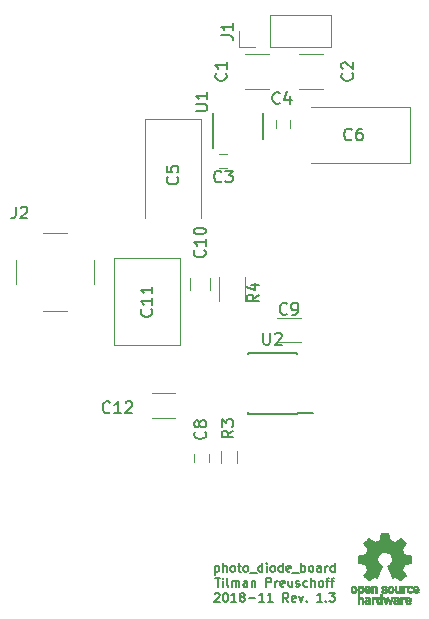
<source format=gbr>
G04 #@! TF.FileFunction,Legend,Top*
%FSLAX46Y46*%
G04 Gerber Fmt 4.6, Leading zero omitted, Abs format (unit mm)*
G04 Created by KiCad (PCBNEW 4.0.6) date 12/17/18 09:49:15*
%MOMM*%
%LPD*%
G01*
G04 APERTURE LIST*
%ADD10C,0.100000*%
%ADD11C,0.150000*%
%ADD12C,0.120000*%
%ADD13C,0.010000*%
G04 APERTURE END LIST*
D10*
D11*
X125778573Y-88614286D02*
X125778573Y-89364286D01*
X125778573Y-88650000D02*
X125850002Y-88614286D01*
X125992859Y-88614286D01*
X126064288Y-88650000D01*
X126100002Y-88685714D01*
X126135716Y-88757143D01*
X126135716Y-88971429D01*
X126100002Y-89042857D01*
X126064288Y-89078571D01*
X125992859Y-89114286D01*
X125850002Y-89114286D01*
X125778573Y-89078571D01*
X126457144Y-89114286D02*
X126457144Y-88364286D01*
X126778573Y-89114286D02*
X126778573Y-88721429D01*
X126742859Y-88650000D01*
X126671430Y-88614286D01*
X126564287Y-88614286D01*
X126492859Y-88650000D01*
X126457144Y-88685714D01*
X127242858Y-89114286D02*
X127171430Y-89078571D01*
X127135715Y-89042857D01*
X127100001Y-88971429D01*
X127100001Y-88757143D01*
X127135715Y-88685714D01*
X127171430Y-88650000D01*
X127242858Y-88614286D01*
X127350001Y-88614286D01*
X127421430Y-88650000D01*
X127457144Y-88685714D01*
X127492858Y-88757143D01*
X127492858Y-88971429D01*
X127457144Y-89042857D01*
X127421430Y-89078571D01*
X127350001Y-89114286D01*
X127242858Y-89114286D01*
X127707144Y-88614286D02*
X127992858Y-88614286D01*
X127814286Y-88364286D02*
X127814286Y-89007143D01*
X127850001Y-89078571D01*
X127921429Y-89114286D01*
X127992858Y-89114286D01*
X128350000Y-89114286D02*
X128278572Y-89078571D01*
X128242857Y-89042857D01*
X128207143Y-88971429D01*
X128207143Y-88757143D01*
X128242857Y-88685714D01*
X128278572Y-88650000D01*
X128350000Y-88614286D01*
X128457143Y-88614286D01*
X128528572Y-88650000D01*
X128564286Y-88685714D01*
X128600000Y-88757143D01*
X128600000Y-88971429D01*
X128564286Y-89042857D01*
X128528572Y-89078571D01*
X128457143Y-89114286D01*
X128350000Y-89114286D01*
X128742857Y-89185714D02*
X129314286Y-89185714D01*
X129814286Y-89114286D02*
X129814286Y-88364286D01*
X129814286Y-89078571D02*
X129742857Y-89114286D01*
X129600000Y-89114286D01*
X129528572Y-89078571D01*
X129492857Y-89042857D01*
X129457143Y-88971429D01*
X129457143Y-88757143D01*
X129492857Y-88685714D01*
X129528572Y-88650000D01*
X129600000Y-88614286D01*
X129742857Y-88614286D01*
X129814286Y-88650000D01*
X130171428Y-89114286D02*
X130171428Y-88614286D01*
X130171428Y-88364286D02*
X130135714Y-88400000D01*
X130171428Y-88435714D01*
X130207143Y-88400000D01*
X130171428Y-88364286D01*
X130171428Y-88435714D01*
X130635714Y-89114286D02*
X130564286Y-89078571D01*
X130528571Y-89042857D01*
X130492857Y-88971429D01*
X130492857Y-88757143D01*
X130528571Y-88685714D01*
X130564286Y-88650000D01*
X130635714Y-88614286D01*
X130742857Y-88614286D01*
X130814286Y-88650000D01*
X130850000Y-88685714D01*
X130885714Y-88757143D01*
X130885714Y-88971429D01*
X130850000Y-89042857D01*
X130814286Y-89078571D01*
X130742857Y-89114286D01*
X130635714Y-89114286D01*
X131528571Y-89114286D02*
X131528571Y-88364286D01*
X131528571Y-89078571D02*
X131457142Y-89114286D01*
X131314285Y-89114286D01*
X131242857Y-89078571D01*
X131207142Y-89042857D01*
X131171428Y-88971429D01*
X131171428Y-88757143D01*
X131207142Y-88685714D01*
X131242857Y-88650000D01*
X131314285Y-88614286D01*
X131457142Y-88614286D01*
X131528571Y-88650000D01*
X132171428Y-89078571D02*
X132099999Y-89114286D01*
X131957142Y-89114286D01*
X131885713Y-89078571D01*
X131849999Y-89007143D01*
X131849999Y-88721429D01*
X131885713Y-88650000D01*
X131957142Y-88614286D01*
X132099999Y-88614286D01*
X132171428Y-88650000D01*
X132207142Y-88721429D01*
X132207142Y-88792857D01*
X131849999Y-88864286D01*
X132349999Y-89185714D02*
X132921428Y-89185714D01*
X133099999Y-89114286D02*
X133099999Y-88364286D01*
X133099999Y-88650000D02*
X133171428Y-88614286D01*
X133314285Y-88614286D01*
X133385714Y-88650000D01*
X133421428Y-88685714D01*
X133457142Y-88757143D01*
X133457142Y-88971429D01*
X133421428Y-89042857D01*
X133385714Y-89078571D01*
X133314285Y-89114286D01*
X133171428Y-89114286D01*
X133099999Y-89078571D01*
X133885713Y-89114286D02*
X133814285Y-89078571D01*
X133778570Y-89042857D01*
X133742856Y-88971429D01*
X133742856Y-88757143D01*
X133778570Y-88685714D01*
X133814285Y-88650000D01*
X133885713Y-88614286D01*
X133992856Y-88614286D01*
X134064285Y-88650000D01*
X134099999Y-88685714D01*
X134135713Y-88757143D01*
X134135713Y-88971429D01*
X134099999Y-89042857D01*
X134064285Y-89078571D01*
X133992856Y-89114286D01*
X133885713Y-89114286D01*
X134778570Y-89114286D02*
X134778570Y-88721429D01*
X134742856Y-88650000D01*
X134671427Y-88614286D01*
X134528570Y-88614286D01*
X134457141Y-88650000D01*
X134778570Y-89078571D02*
X134707141Y-89114286D01*
X134528570Y-89114286D01*
X134457141Y-89078571D01*
X134421427Y-89007143D01*
X134421427Y-88935714D01*
X134457141Y-88864286D01*
X134528570Y-88828571D01*
X134707141Y-88828571D01*
X134778570Y-88792857D01*
X135135712Y-89114286D02*
X135135712Y-88614286D01*
X135135712Y-88757143D02*
X135171427Y-88685714D01*
X135207141Y-88650000D01*
X135278570Y-88614286D01*
X135349998Y-88614286D01*
X135921427Y-89114286D02*
X135921427Y-88364286D01*
X135921427Y-89078571D02*
X135849998Y-89114286D01*
X135707141Y-89114286D01*
X135635713Y-89078571D01*
X135599998Y-89042857D01*
X135564284Y-88971429D01*
X135564284Y-88757143D01*
X135599998Y-88685714D01*
X135635713Y-88650000D01*
X135707141Y-88614286D01*
X135849998Y-88614286D01*
X135921427Y-88650000D01*
X125796430Y-89639286D02*
X126225001Y-89639286D01*
X126010715Y-90389286D02*
X126010715Y-89639286D01*
X126475001Y-90389286D02*
X126475001Y-89889286D01*
X126475001Y-89639286D02*
X126439287Y-89675000D01*
X126475001Y-89710714D01*
X126510716Y-89675000D01*
X126475001Y-89639286D01*
X126475001Y-89710714D01*
X126939287Y-90389286D02*
X126867859Y-90353571D01*
X126832144Y-90282143D01*
X126832144Y-89639286D01*
X127225001Y-90389286D02*
X127225001Y-89889286D01*
X127225001Y-89960714D02*
X127260716Y-89925000D01*
X127332144Y-89889286D01*
X127439287Y-89889286D01*
X127510716Y-89925000D01*
X127546430Y-89996429D01*
X127546430Y-90389286D01*
X127546430Y-89996429D02*
X127582144Y-89925000D01*
X127653573Y-89889286D01*
X127760716Y-89889286D01*
X127832144Y-89925000D01*
X127867859Y-89996429D01*
X127867859Y-90389286D01*
X128546430Y-90389286D02*
X128546430Y-89996429D01*
X128510716Y-89925000D01*
X128439287Y-89889286D01*
X128296430Y-89889286D01*
X128225001Y-89925000D01*
X128546430Y-90353571D02*
X128475001Y-90389286D01*
X128296430Y-90389286D01*
X128225001Y-90353571D01*
X128189287Y-90282143D01*
X128189287Y-90210714D01*
X128225001Y-90139286D01*
X128296430Y-90103571D01*
X128475001Y-90103571D01*
X128546430Y-90067857D01*
X128903572Y-89889286D02*
X128903572Y-90389286D01*
X128903572Y-89960714D02*
X128939287Y-89925000D01*
X129010715Y-89889286D01*
X129117858Y-89889286D01*
X129189287Y-89925000D01*
X129225001Y-89996429D01*
X129225001Y-90389286D01*
X130153572Y-90389286D02*
X130153572Y-89639286D01*
X130439287Y-89639286D01*
X130510715Y-89675000D01*
X130546430Y-89710714D01*
X130582144Y-89782143D01*
X130582144Y-89889286D01*
X130546430Y-89960714D01*
X130510715Y-89996429D01*
X130439287Y-90032143D01*
X130153572Y-90032143D01*
X130903572Y-90389286D02*
X130903572Y-89889286D01*
X130903572Y-90032143D02*
X130939287Y-89960714D01*
X130975001Y-89925000D01*
X131046430Y-89889286D01*
X131117858Y-89889286D01*
X131653573Y-90353571D02*
X131582144Y-90389286D01*
X131439287Y-90389286D01*
X131367858Y-90353571D01*
X131332144Y-90282143D01*
X131332144Y-89996429D01*
X131367858Y-89925000D01*
X131439287Y-89889286D01*
X131582144Y-89889286D01*
X131653573Y-89925000D01*
X131689287Y-89996429D01*
X131689287Y-90067857D01*
X131332144Y-90139286D01*
X132332144Y-89889286D02*
X132332144Y-90389286D01*
X132010715Y-89889286D02*
X132010715Y-90282143D01*
X132046430Y-90353571D01*
X132117858Y-90389286D01*
X132225001Y-90389286D01*
X132296430Y-90353571D01*
X132332144Y-90317857D01*
X132653572Y-90353571D02*
X132725001Y-90389286D01*
X132867858Y-90389286D01*
X132939286Y-90353571D01*
X132975001Y-90282143D01*
X132975001Y-90246429D01*
X132939286Y-90175000D01*
X132867858Y-90139286D01*
X132760715Y-90139286D01*
X132689286Y-90103571D01*
X132653572Y-90032143D01*
X132653572Y-89996429D01*
X132689286Y-89925000D01*
X132760715Y-89889286D01*
X132867858Y-89889286D01*
X132939286Y-89925000D01*
X133617858Y-90353571D02*
X133546429Y-90389286D01*
X133403572Y-90389286D01*
X133332144Y-90353571D01*
X133296429Y-90317857D01*
X133260715Y-90246429D01*
X133260715Y-90032143D01*
X133296429Y-89960714D01*
X133332144Y-89925000D01*
X133403572Y-89889286D01*
X133546429Y-89889286D01*
X133617858Y-89925000D01*
X133939286Y-90389286D02*
X133939286Y-89639286D01*
X134260715Y-90389286D02*
X134260715Y-89996429D01*
X134225001Y-89925000D01*
X134153572Y-89889286D01*
X134046429Y-89889286D01*
X133975001Y-89925000D01*
X133939286Y-89960714D01*
X134725000Y-90389286D02*
X134653572Y-90353571D01*
X134617857Y-90317857D01*
X134582143Y-90246429D01*
X134582143Y-90032143D01*
X134617857Y-89960714D01*
X134653572Y-89925000D01*
X134725000Y-89889286D01*
X134832143Y-89889286D01*
X134903572Y-89925000D01*
X134939286Y-89960714D01*
X134975000Y-90032143D01*
X134975000Y-90246429D01*
X134939286Y-90317857D01*
X134903572Y-90353571D01*
X134832143Y-90389286D01*
X134725000Y-90389286D01*
X135189286Y-89889286D02*
X135475000Y-89889286D01*
X135296428Y-90389286D02*
X135296428Y-89746429D01*
X135332143Y-89675000D01*
X135403571Y-89639286D01*
X135475000Y-89639286D01*
X135617857Y-89889286D02*
X135903571Y-89889286D01*
X135724999Y-90389286D02*
X135724999Y-89746429D01*
X135760714Y-89675000D01*
X135832142Y-89639286D01*
X135903571Y-89639286D01*
X125760713Y-90985714D02*
X125796427Y-90950000D01*
X125867856Y-90914286D01*
X126046427Y-90914286D01*
X126117856Y-90950000D01*
X126153570Y-90985714D01*
X126189285Y-91057143D01*
X126189285Y-91128571D01*
X126153570Y-91235714D01*
X125724999Y-91664286D01*
X126189285Y-91664286D01*
X126653571Y-90914286D02*
X126724999Y-90914286D01*
X126796428Y-90950000D01*
X126832142Y-90985714D01*
X126867856Y-91057143D01*
X126903571Y-91200000D01*
X126903571Y-91378571D01*
X126867856Y-91521429D01*
X126832142Y-91592857D01*
X126796428Y-91628571D01*
X126724999Y-91664286D01*
X126653571Y-91664286D01*
X126582142Y-91628571D01*
X126546428Y-91592857D01*
X126510713Y-91521429D01*
X126474999Y-91378571D01*
X126474999Y-91200000D01*
X126510713Y-91057143D01*
X126546428Y-90985714D01*
X126582142Y-90950000D01*
X126653571Y-90914286D01*
X127617857Y-91664286D02*
X127189285Y-91664286D01*
X127403571Y-91664286D02*
X127403571Y-90914286D01*
X127332142Y-91021429D01*
X127260714Y-91092857D01*
X127189285Y-91128571D01*
X128046428Y-91235714D02*
X127975000Y-91200000D01*
X127939285Y-91164286D01*
X127903571Y-91092857D01*
X127903571Y-91057143D01*
X127939285Y-90985714D01*
X127975000Y-90950000D01*
X128046428Y-90914286D01*
X128189285Y-90914286D01*
X128260714Y-90950000D01*
X128296428Y-90985714D01*
X128332143Y-91057143D01*
X128332143Y-91092857D01*
X128296428Y-91164286D01*
X128260714Y-91200000D01*
X128189285Y-91235714D01*
X128046428Y-91235714D01*
X127975000Y-91271429D01*
X127939285Y-91307143D01*
X127903571Y-91378571D01*
X127903571Y-91521429D01*
X127939285Y-91592857D01*
X127975000Y-91628571D01*
X128046428Y-91664286D01*
X128189285Y-91664286D01*
X128260714Y-91628571D01*
X128296428Y-91592857D01*
X128332143Y-91521429D01*
X128332143Y-91378571D01*
X128296428Y-91307143D01*
X128260714Y-91271429D01*
X128189285Y-91235714D01*
X128653571Y-91378571D02*
X129225000Y-91378571D01*
X129975000Y-91664286D02*
X129546428Y-91664286D01*
X129760714Y-91664286D02*
X129760714Y-90914286D01*
X129689285Y-91021429D01*
X129617857Y-91092857D01*
X129546428Y-91128571D01*
X130689286Y-91664286D02*
X130260714Y-91664286D01*
X130475000Y-91664286D02*
X130475000Y-90914286D01*
X130403571Y-91021429D01*
X130332143Y-91092857D01*
X130260714Y-91128571D01*
X132010715Y-91664286D02*
X131760715Y-91307143D01*
X131582143Y-91664286D02*
X131582143Y-90914286D01*
X131867858Y-90914286D01*
X131939286Y-90950000D01*
X131975001Y-90985714D01*
X132010715Y-91057143D01*
X132010715Y-91164286D01*
X131975001Y-91235714D01*
X131939286Y-91271429D01*
X131867858Y-91307143D01*
X131582143Y-91307143D01*
X132617858Y-91628571D02*
X132546429Y-91664286D01*
X132403572Y-91664286D01*
X132332143Y-91628571D01*
X132296429Y-91557143D01*
X132296429Y-91271429D01*
X132332143Y-91200000D01*
X132403572Y-91164286D01*
X132546429Y-91164286D01*
X132617858Y-91200000D01*
X132653572Y-91271429D01*
X132653572Y-91342857D01*
X132296429Y-91414286D01*
X132903572Y-91164286D02*
X133082143Y-91664286D01*
X133260715Y-91164286D01*
X133546429Y-91592857D02*
X133582144Y-91628571D01*
X133546429Y-91664286D01*
X133510715Y-91628571D01*
X133546429Y-91592857D01*
X133546429Y-91664286D01*
X134867859Y-91664286D02*
X134439287Y-91664286D01*
X134653573Y-91664286D02*
X134653573Y-90914286D01*
X134582144Y-91021429D01*
X134510716Y-91092857D01*
X134439287Y-91128571D01*
X135189287Y-91592857D02*
X135225002Y-91628571D01*
X135189287Y-91664286D01*
X135153573Y-91628571D01*
X135189287Y-91592857D01*
X135189287Y-91664286D01*
X135475002Y-90914286D02*
X135939288Y-90914286D01*
X135689288Y-91200000D01*
X135796430Y-91200000D01*
X135867859Y-91235714D01*
X135903573Y-91271429D01*
X135939288Y-91342857D01*
X135939288Y-91521429D01*
X135903573Y-91592857D01*
X135867859Y-91628571D01*
X135796430Y-91664286D01*
X135582145Y-91664286D01*
X135510716Y-91628571D01*
X135475002Y-91592857D01*
D12*
X133050000Y-67630000D02*
X131050000Y-67630000D01*
X131050000Y-69670000D02*
X133050000Y-69670000D01*
X122450000Y-74030000D02*
X120450000Y-74030000D01*
X120450000Y-76070000D02*
X122450000Y-76070000D01*
D11*
X125625000Y-53225000D02*
X125625000Y-50250000D01*
X129875000Y-52450000D02*
X129875000Y-50250000D01*
D12*
X130350000Y-45270000D02*
X128350000Y-45270000D01*
X128350000Y-48230000D02*
X130350000Y-48230000D01*
X134950000Y-45270000D02*
X132950000Y-45270000D01*
X132950000Y-48230000D02*
X134950000Y-48230000D01*
X126800000Y-54950000D02*
X126100000Y-54950000D01*
X126100000Y-53750000D02*
X126800000Y-53750000D01*
X130950000Y-51550000D02*
X130950000Y-50850000D01*
X132150000Y-50850000D02*
X132150000Y-51550000D01*
X124050000Y-79850000D02*
X124050000Y-79150000D01*
X125250000Y-79150000D02*
X125250000Y-79850000D01*
X111250000Y-60450000D02*
X113250000Y-60450000D01*
X111250000Y-67050000D02*
X113250000Y-67050000D01*
X115550000Y-62750000D02*
X115550000Y-64750000D01*
X108950000Y-62750000D02*
X108950000Y-64750000D01*
X126270000Y-79900000D02*
X126270000Y-78900000D01*
X127630000Y-78900000D02*
X127630000Y-79900000D01*
X135580000Y-44680000D02*
X135580000Y-42020000D01*
X130440000Y-44680000D02*
X135580000Y-44680000D01*
X130440000Y-42020000D02*
X135580000Y-42020000D01*
X130440000Y-44680000D02*
X130440000Y-42020000D01*
X129170000Y-44680000D02*
X127840000Y-44680000D01*
X127840000Y-44680000D02*
X127840000Y-43350000D01*
X126180000Y-66200000D02*
X126180000Y-64200000D01*
X128320000Y-64200000D02*
X128320000Y-66200000D01*
X124650000Y-50800000D02*
X124650000Y-59200000D01*
X119850000Y-50800000D02*
X119850000Y-59200000D01*
X124650000Y-50800000D02*
X119850000Y-50800000D01*
X142300000Y-54550000D02*
X133900000Y-54550000D01*
X142300000Y-49750000D02*
X133900000Y-49750000D01*
X142300000Y-54550000D02*
X142300000Y-49750000D01*
X125400000Y-65250000D02*
X125400000Y-64250000D01*
X123700000Y-64250000D02*
X123700000Y-65250000D01*
X122860000Y-62590000D02*
X122860000Y-69910000D01*
X117240000Y-62590000D02*
X117240000Y-69910000D01*
X122860000Y-62590000D02*
X117240000Y-62590000D01*
X122860000Y-69910000D02*
X117240000Y-69910000D01*
D11*
X132725000Y-75725000D02*
X132725000Y-75675000D01*
X128575000Y-75725000D02*
X128575000Y-75580000D01*
X128575000Y-70575000D02*
X128575000Y-70720000D01*
X132725000Y-70575000D02*
X132725000Y-70720000D01*
X132725000Y-75725000D02*
X128575000Y-75725000D01*
X132725000Y-70575000D02*
X128575000Y-70575000D01*
X132725000Y-75675000D02*
X134125000Y-75675000D01*
D13*
G36*
X138241241Y-90319184D02*
X138267753Y-90332282D01*
X138300447Y-90355106D01*
X138324275Y-90379996D01*
X138340594Y-90411249D01*
X138350760Y-90453166D01*
X138356128Y-90510044D01*
X138358056Y-90586184D01*
X138358169Y-90618917D01*
X138357839Y-90690656D01*
X138356473Y-90741927D01*
X138353500Y-90777404D01*
X138348351Y-90801763D01*
X138340457Y-90819680D01*
X138332243Y-90831902D01*
X138279813Y-90883905D01*
X138218070Y-90915184D01*
X138151464Y-90924592D01*
X138084442Y-90910980D01*
X138063208Y-90901354D01*
X138012376Y-90874859D01*
X138012376Y-91290052D01*
X138049475Y-91270868D01*
X138098357Y-91256025D01*
X138158439Y-91252222D01*
X138218436Y-91259243D01*
X138263744Y-91275013D01*
X138301325Y-91305047D01*
X138333436Y-91348024D01*
X138335850Y-91352436D01*
X138346033Y-91373221D01*
X138353470Y-91394170D01*
X138358589Y-91419548D01*
X138361819Y-91453618D01*
X138363587Y-91500641D01*
X138364323Y-91564882D01*
X138364456Y-91637176D01*
X138364456Y-91867822D01*
X138226139Y-91867822D01*
X138226139Y-91442533D01*
X138187451Y-91409979D01*
X138147262Y-91383940D01*
X138109203Y-91379205D01*
X138070934Y-91391389D01*
X138050538Y-91403320D01*
X138035358Y-91420313D01*
X138024562Y-91445995D01*
X138017317Y-91483991D01*
X138012792Y-91537926D01*
X138010156Y-91611425D01*
X138009228Y-91660347D01*
X138006089Y-91861535D01*
X137940074Y-91865336D01*
X137874060Y-91869136D01*
X137874060Y-90620650D01*
X138012376Y-90620650D01*
X138015903Y-90690254D01*
X138027785Y-90738569D01*
X138049980Y-90768631D01*
X138084441Y-90783471D01*
X138119258Y-90786436D01*
X138158671Y-90783028D01*
X138184829Y-90769617D01*
X138201186Y-90751896D01*
X138214063Y-90732835D01*
X138221728Y-90711601D01*
X138225139Y-90681849D01*
X138225251Y-90637236D01*
X138224103Y-90599880D01*
X138221468Y-90543604D01*
X138217544Y-90506658D01*
X138210937Y-90483223D01*
X138200251Y-90467480D01*
X138190167Y-90458380D01*
X138148030Y-90438537D01*
X138098160Y-90435332D01*
X138069524Y-90442168D01*
X138041172Y-90466464D01*
X138022391Y-90513728D01*
X138013288Y-90583624D01*
X138012376Y-90620650D01*
X137874060Y-90620650D01*
X137874060Y-90308614D01*
X137943218Y-90308614D01*
X137984740Y-90310256D01*
X138006162Y-90316087D01*
X138012374Y-90327461D01*
X138012376Y-90327798D01*
X138015258Y-90338938D01*
X138027970Y-90337673D01*
X138053243Y-90325433D01*
X138112131Y-90306707D01*
X138178385Y-90304739D01*
X138241241Y-90319184D01*
X138241241Y-90319184D01*
G37*
X138241241Y-90319184D02*
X138267753Y-90332282D01*
X138300447Y-90355106D01*
X138324275Y-90379996D01*
X138340594Y-90411249D01*
X138350760Y-90453166D01*
X138356128Y-90510044D01*
X138358056Y-90586184D01*
X138358169Y-90618917D01*
X138357839Y-90690656D01*
X138356473Y-90741927D01*
X138353500Y-90777404D01*
X138348351Y-90801763D01*
X138340457Y-90819680D01*
X138332243Y-90831902D01*
X138279813Y-90883905D01*
X138218070Y-90915184D01*
X138151464Y-90924592D01*
X138084442Y-90910980D01*
X138063208Y-90901354D01*
X138012376Y-90874859D01*
X138012376Y-91290052D01*
X138049475Y-91270868D01*
X138098357Y-91256025D01*
X138158439Y-91252222D01*
X138218436Y-91259243D01*
X138263744Y-91275013D01*
X138301325Y-91305047D01*
X138333436Y-91348024D01*
X138335850Y-91352436D01*
X138346033Y-91373221D01*
X138353470Y-91394170D01*
X138358589Y-91419548D01*
X138361819Y-91453618D01*
X138363587Y-91500641D01*
X138364323Y-91564882D01*
X138364456Y-91637176D01*
X138364456Y-91867822D01*
X138226139Y-91867822D01*
X138226139Y-91442533D01*
X138187451Y-91409979D01*
X138147262Y-91383940D01*
X138109203Y-91379205D01*
X138070934Y-91391389D01*
X138050538Y-91403320D01*
X138035358Y-91420313D01*
X138024562Y-91445995D01*
X138017317Y-91483991D01*
X138012792Y-91537926D01*
X138010156Y-91611425D01*
X138009228Y-91660347D01*
X138006089Y-91861535D01*
X137940074Y-91865336D01*
X137874060Y-91869136D01*
X137874060Y-90620650D01*
X138012376Y-90620650D01*
X138015903Y-90690254D01*
X138027785Y-90738569D01*
X138049980Y-90768631D01*
X138084441Y-90783471D01*
X138119258Y-90786436D01*
X138158671Y-90783028D01*
X138184829Y-90769617D01*
X138201186Y-90751896D01*
X138214063Y-90732835D01*
X138221728Y-90711601D01*
X138225139Y-90681849D01*
X138225251Y-90637236D01*
X138224103Y-90599880D01*
X138221468Y-90543604D01*
X138217544Y-90506658D01*
X138210937Y-90483223D01*
X138200251Y-90467480D01*
X138190167Y-90458380D01*
X138148030Y-90438537D01*
X138098160Y-90435332D01*
X138069524Y-90442168D01*
X138041172Y-90466464D01*
X138022391Y-90513728D01*
X138013288Y-90583624D01*
X138012376Y-90620650D01*
X137874060Y-90620650D01*
X137874060Y-90308614D01*
X137943218Y-90308614D01*
X137984740Y-90310256D01*
X138006162Y-90316087D01*
X138012374Y-90327461D01*
X138012376Y-90327798D01*
X138015258Y-90338938D01*
X138027970Y-90337673D01*
X138053243Y-90325433D01*
X138112131Y-90306707D01*
X138178385Y-90304739D01*
X138241241Y-90319184D01*
G36*
X138765790Y-91256555D02*
X138824945Y-91272339D01*
X138869977Y-91300948D01*
X138901754Y-91338419D01*
X138911634Y-91354411D01*
X138918927Y-91371163D01*
X138924026Y-91392592D01*
X138927321Y-91422616D01*
X138929203Y-91465154D01*
X138930063Y-91524122D01*
X138930293Y-91603440D01*
X138930297Y-91624484D01*
X138930297Y-91867822D01*
X138869941Y-91867822D01*
X138831443Y-91865126D01*
X138802977Y-91858295D01*
X138795845Y-91854083D01*
X138776348Y-91846813D01*
X138756434Y-91854083D01*
X138723647Y-91863160D01*
X138676022Y-91866813D01*
X138623236Y-91865228D01*
X138574964Y-91858589D01*
X138546782Y-91850072D01*
X138492247Y-91815063D01*
X138458165Y-91766479D01*
X138442843Y-91701882D01*
X138442701Y-91700223D01*
X138444045Y-91671566D01*
X138565644Y-91671566D01*
X138576274Y-91704161D01*
X138593590Y-91722505D01*
X138628348Y-91736379D01*
X138674227Y-91741917D01*
X138721012Y-91739191D01*
X138758486Y-91728274D01*
X138768985Y-91721269D01*
X138787332Y-91688904D01*
X138791980Y-91652111D01*
X138791980Y-91603763D01*
X138722418Y-91603763D01*
X138656333Y-91608850D01*
X138606236Y-91623263D01*
X138575071Y-91645729D01*
X138565644Y-91671566D01*
X138444045Y-91671566D01*
X138446013Y-91629647D01*
X138469290Y-91573845D01*
X138513052Y-91531647D01*
X138519101Y-91527808D01*
X138545093Y-91515309D01*
X138577265Y-91507740D01*
X138622240Y-91504061D01*
X138675669Y-91503216D01*
X138791980Y-91503169D01*
X138791980Y-91454411D01*
X138787047Y-91416581D01*
X138774457Y-91391236D01*
X138772983Y-91389887D01*
X138744966Y-91378800D01*
X138702674Y-91374503D01*
X138655936Y-91376615D01*
X138614582Y-91384756D01*
X138590043Y-91396965D01*
X138576747Y-91406746D01*
X138562706Y-91408613D01*
X138543329Y-91400600D01*
X138514024Y-91380739D01*
X138470197Y-91347063D01*
X138466175Y-91343909D01*
X138468236Y-91332236D01*
X138485432Y-91312822D01*
X138511567Y-91291248D01*
X138540448Y-91273096D01*
X138549522Y-91268809D01*
X138582620Y-91260256D01*
X138631120Y-91254155D01*
X138685305Y-91251708D01*
X138687839Y-91251703D01*
X138765790Y-91256555D01*
X138765790Y-91256555D01*
G37*
X138765790Y-91256555D02*
X138824945Y-91272339D01*
X138869977Y-91300948D01*
X138901754Y-91338419D01*
X138911634Y-91354411D01*
X138918927Y-91371163D01*
X138924026Y-91392592D01*
X138927321Y-91422616D01*
X138929203Y-91465154D01*
X138930063Y-91524122D01*
X138930293Y-91603440D01*
X138930297Y-91624484D01*
X138930297Y-91867822D01*
X138869941Y-91867822D01*
X138831443Y-91865126D01*
X138802977Y-91858295D01*
X138795845Y-91854083D01*
X138776348Y-91846813D01*
X138756434Y-91854083D01*
X138723647Y-91863160D01*
X138676022Y-91866813D01*
X138623236Y-91865228D01*
X138574964Y-91858589D01*
X138546782Y-91850072D01*
X138492247Y-91815063D01*
X138458165Y-91766479D01*
X138442843Y-91701882D01*
X138442701Y-91700223D01*
X138444045Y-91671566D01*
X138565644Y-91671566D01*
X138576274Y-91704161D01*
X138593590Y-91722505D01*
X138628348Y-91736379D01*
X138674227Y-91741917D01*
X138721012Y-91739191D01*
X138758486Y-91728274D01*
X138768985Y-91721269D01*
X138787332Y-91688904D01*
X138791980Y-91652111D01*
X138791980Y-91603763D01*
X138722418Y-91603763D01*
X138656333Y-91608850D01*
X138606236Y-91623263D01*
X138575071Y-91645729D01*
X138565644Y-91671566D01*
X138444045Y-91671566D01*
X138446013Y-91629647D01*
X138469290Y-91573845D01*
X138513052Y-91531647D01*
X138519101Y-91527808D01*
X138545093Y-91515309D01*
X138577265Y-91507740D01*
X138622240Y-91504061D01*
X138675669Y-91503216D01*
X138791980Y-91503169D01*
X138791980Y-91454411D01*
X138787047Y-91416581D01*
X138774457Y-91391236D01*
X138772983Y-91389887D01*
X138744966Y-91378800D01*
X138702674Y-91374503D01*
X138655936Y-91376615D01*
X138614582Y-91384756D01*
X138590043Y-91396965D01*
X138576747Y-91406746D01*
X138562706Y-91408613D01*
X138543329Y-91400600D01*
X138514024Y-91380739D01*
X138470197Y-91347063D01*
X138466175Y-91343909D01*
X138468236Y-91332236D01*
X138485432Y-91312822D01*
X138511567Y-91291248D01*
X138540448Y-91273096D01*
X138549522Y-91268809D01*
X138582620Y-91260256D01*
X138631120Y-91254155D01*
X138685305Y-91251708D01*
X138687839Y-91251703D01*
X138765790Y-91256555D01*
G36*
X139156644Y-91253020D02*
X139175461Y-91258660D01*
X139181527Y-91271053D01*
X139181782Y-91276647D01*
X139182871Y-91292230D01*
X139190368Y-91294676D01*
X139210619Y-91283993D01*
X139222649Y-91276694D01*
X139260600Y-91261063D01*
X139305928Y-91253334D01*
X139353456Y-91252740D01*
X139398005Y-91258513D01*
X139434398Y-91269884D01*
X139457457Y-91286088D01*
X139462004Y-91306355D01*
X139459709Y-91311843D01*
X139442980Y-91334626D01*
X139417037Y-91362647D01*
X139412345Y-91367177D01*
X139387617Y-91388005D01*
X139366282Y-91394735D01*
X139336445Y-91390038D01*
X139324492Y-91386917D01*
X139287295Y-91379421D01*
X139261141Y-91382792D01*
X139239054Y-91394681D01*
X139218822Y-91410635D01*
X139203921Y-91430700D01*
X139193566Y-91458702D01*
X139186971Y-91498467D01*
X139183351Y-91553823D01*
X139181922Y-91628594D01*
X139181782Y-91673740D01*
X139181782Y-91867822D01*
X139056040Y-91867822D01*
X139056040Y-91251683D01*
X139118911Y-91251683D01*
X139156644Y-91253020D01*
X139156644Y-91253020D01*
G37*
X139156644Y-91253020D02*
X139175461Y-91258660D01*
X139181527Y-91271053D01*
X139181782Y-91276647D01*
X139182871Y-91292230D01*
X139190368Y-91294676D01*
X139210619Y-91283993D01*
X139222649Y-91276694D01*
X139260600Y-91261063D01*
X139305928Y-91253334D01*
X139353456Y-91252740D01*
X139398005Y-91258513D01*
X139434398Y-91269884D01*
X139457457Y-91286088D01*
X139462004Y-91306355D01*
X139459709Y-91311843D01*
X139442980Y-91334626D01*
X139417037Y-91362647D01*
X139412345Y-91367177D01*
X139387617Y-91388005D01*
X139366282Y-91394735D01*
X139336445Y-91390038D01*
X139324492Y-91386917D01*
X139287295Y-91379421D01*
X139261141Y-91382792D01*
X139239054Y-91394681D01*
X139218822Y-91410635D01*
X139203921Y-91430700D01*
X139193566Y-91458702D01*
X139186971Y-91498467D01*
X139183351Y-91553823D01*
X139181922Y-91628594D01*
X139181782Y-91673740D01*
X139181782Y-91867822D01*
X139056040Y-91867822D01*
X139056040Y-91251683D01*
X139118911Y-91251683D01*
X139156644Y-91253020D01*
G36*
X139948812Y-91867822D02*
X139879654Y-91867822D01*
X139839512Y-91866645D01*
X139818606Y-91861772D01*
X139811078Y-91851186D01*
X139810495Y-91844029D01*
X139809226Y-91829676D01*
X139801221Y-91826923D01*
X139780185Y-91835771D01*
X139763827Y-91844029D01*
X139701023Y-91863597D01*
X139632752Y-91864729D01*
X139577248Y-91850135D01*
X139525562Y-91814877D01*
X139486162Y-91762835D01*
X139464587Y-91701450D01*
X139464038Y-91698018D01*
X139460833Y-91660571D01*
X139459239Y-91606813D01*
X139459367Y-91566155D01*
X139596721Y-91566155D01*
X139599903Y-91620194D01*
X139607141Y-91664735D01*
X139616940Y-91689888D01*
X139654011Y-91724260D01*
X139698026Y-91736582D01*
X139743416Y-91726618D01*
X139782203Y-91696895D01*
X139796892Y-91676905D01*
X139805481Y-91653050D01*
X139809504Y-91618230D01*
X139810495Y-91565930D01*
X139808722Y-91514139D01*
X139804037Y-91468634D01*
X139797397Y-91438181D01*
X139796290Y-91435452D01*
X139769509Y-91403000D01*
X139730421Y-91385183D01*
X139686685Y-91382306D01*
X139645962Y-91394674D01*
X139615913Y-91422593D01*
X139612796Y-91428148D01*
X139603039Y-91462022D01*
X139597723Y-91510728D01*
X139596721Y-91566155D01*
X139459367Y-91566155D01*
X139459432Y-91545540D01*
X139460336Y-91512563D01*
X139466486Y-91430981D01*
X139479267Y-91369730D01*
X139500529Y-91324449D01*
X139532122Y-91290779D01*
X139562793Y-91271014D01*
X139605646Y-91257120D01*
X139658944Y-91252354D01*
X139713520Y-91256236D01*
X139760208Y-91268282D01*
X139784876Y-91282693D01*
X139810495Y-91305878D01*
X139810495Y-91012773D01*
X139948812Y-91012773D01*
X139948812Y-91867822D01*
X139948812Y-91867822D01*
G37*
X139948812Y-91867822D02*
X139879654Y-91867822D01*
X139839512Y-91866645D01*
X139818606Y-91861772D01*
X139811078Y-91851186D01*
X139810495Y-91844029D01*
X139809226Y-91829676D01*
X139801221Y-91826923D01*
X139780185Y-91835771D01*
X139763827Y-91844029D01*
X139701023Y-91863597D01*
X139632752Y-91864729D01*
X139577248Y-91850135D01*
X139525562Y-91814877D01*
X139486162Y-91762835D01*
X139464587Y-91701450D01*
X139464038Y-91698018D01*
X139460833Y-91660571D01*
X139459239Y-91606813D01*
X139459367Y-91566155D01*
X139596721Y-91566155D01*
X139599903Y-91620194D01*
X139607141Y-91664735D01*
X139616940Y-91689888D01*
X139654011Y-91724260D01*
X139698026Y-91736582D01*
X139743416Y-91726618D01*
X139782203Y-91696895D01*
X139796892Y-91676905D01*
X139805481Y-91653050D01*
X139809504Y-91618230D01*
X139810495Y-91565930D01*
X139808722Y-91514139D01*
X139804037Y-91468634D01*
X139797397Y-91438181D01*
X139796290Y-91435452D01*
X139769509Y-91403000D01*
X139730421Y-91385183D01*
X139686685Y-91382306D01*
X139645962Y-91394674D01*
X139615913Y-91422593D01*
X139612796Y-91428148D01*
X139603039Y-91462022D01*
X139597723Y-91510728D01*
X139596721Y-91566155D01*
X139459367Y-91566155D01*
X139459432Y-91545540D01*
X139460336Y-91512563D01*
X139466486Y-91430981D01*
X139479267Y-91369730D01*
X139500529Y-91324449D01*
X139532122Y-91290779D01*
X139562793Y-91271014D01*
X139605646Y-91257120D01*
X139658944Y-91252354D01*
X139713520Y-91256236D01*
X139760208Y-91268282D01*
X139784876Y-91282693D01*
X139810495Y-91305878D01*
X139810495Y-91012773D01*
X139948812Y-91012773D01*
X139948812Y-91867822D01*
G36*
X140431524Y-91254237D02*
X140481255Y-91257971D01*
X140611291Y-91647773D01*
X140631678Y-91578614D01*
X140643946Y-91535874D01*
X140660085Y-91478115D01*
X140677512Y-91414625D01*
X140686726Y-91380570D01*
X140721388Y-91251683D01*
X140864391Y-91251683D01*
X140821646Y-91386857D01*
X140800596Y-91453342D01*
X140775167Y-91533539D01*
X140748610Y-91617193D01*
X140724902Y-91691782D01*
X140670902Y-91861535D01*
X140612598Y-91865328D01*
X140554295Y-91869122D01*
X140522679Y-91764734D01*
X140503182Y-91699889D01*
X140481904Y-91628400D01*
X140463308Y-91565263D01*
X140462574Y-91562750D01*
X140448684Y-91519969D01*
X140436429Y-91490779D01*
X140427846Y-91479741D01*
X140426082Y-91481018D01*
X140419891Y-91498130D01*
X140408128Y-91534787D01*
X140392225Y-91586378D01*
X140373614Y-91648294D01*
X140363543Y-91682352D01*
X140309007Y-91867822D01*
X140193264Y-91867822D01*
X140100737Y-91575471D01*
X140074744Y-91493462D01*
X140051066Y-91418987D01*
X140030820Y-91355544D01*
X140015126Y-91306632D01*
X140005102Y-91275749D01*
X140002055Y-91266726D01*
X140004467Y-91257487D01*
X140023408Y-91253441D01*
X140062823Y-91253846D01*
X140068993Y-91254152D01*
X140142086Y-91257971D01*
X140189957Y-91434010D01*
X140207553Y-91498211D01*
X140223277Y-91554649D01*
X140235746Y-91598422D01*
X140243574Y-91624630D01*
X140245020Y-91628903D01*
X140251014Y-91623990D01*
X140263101Y-91598532D01*
X140279893Y-91555997D01*
X140300003Y-91499850D01*
X140317003Y-91449130D01*
X140381794Y-91250504D01*
X140431524Y-91254237D01*
X140431524Y-91254237D01*
G37*
X140431524Y-91254237D02*
X140481255Y-91257971D01*
X140611291Y-91647773D01*
X140631678Y-91578614D01*
X140643946Y-91535874D01*
X140660085Y-91478115D01*
X140677512Y-91414625D01*
X140686726Y-91380570D01*
X140721388Y-91251683D01*
X140864391Y-91251683D01*
X140821646Y-91386857D01*
X140800596Y-91453342D01*
X140775167Y-91533539D01*
X140748610Y-91617193D01*
X140724902Y-91691782D01*
X140670902Y-91861535D01*
X140612598Y-91865328D01*
X140554295Y-91869122D01*
X140522679Y-91764734D01*
X140503182Y-91699889D01*
X140481904Y-91628400D01*
X140463308Y-91565263D01*
X140462574Y-91562750D01*
X140448684Y-91519969D01*
X140436429Y-91490779D01*
X140427846Y-91479741D01*
X140426082Y-91481018D01*
X140419891Y-91498130D01*
X140408128Y-91534787D01*
X140392225Y-91586378D01*
X140373614Y-91648294D01*
X140363543Y-91682352D01*
X140309007Y-91867822D01*
X140193264Y-91867822D01*
X140100737Y-91575471D01*
X140074744Y-91493462D01*
X140051066Y-91418987D01*
X140030820Y-91355544D01*
X140015126Y-91306632D01*
X140005102Y-91275749D01*
X140002055Y-91266726D01*
X140004467Y-91257487D01*
X140023408Y-91253441D01*
X140062823Y-91253846D01*
X140068993Y-91254152D01*
X140142086Y-91257971D01*
X140189957Y-91434010D01*
X140207553Y-91498211D01*
X140223277Y-91554649D01*
X140235746Y-91598422D01*
X140243574Y-91624630D01*
X140245020Y-91628903D01*
X140251014Y-91623990D01*
X140263101Y-91598532D01*
X140279893Y-91555997D01*
X140300003Y-91499850D01*
X140317003Y-91449130D01*
X140381794Y-91250504D01*
X140431524Y-91254237D01*
G36*
X141188411Y-91255417D02*
X141241411Y-91268290D01*
X141256731Y-91275110D01*
X141286428Y-91292974D01*
X141309220Y-91313093D01*
X141326083Y-91338962D01*
X141337998Y-91374073D01*
X141345942Y-91421920D01*
X141350894Y-91485996D01*
X141353831Y-91569794D01*
X141354947Y-91625768D01*
X141359052Y-91867822D01*
X141288932Y-91867822D01*
X141246393Y-91866038D01*
X141224476Y-91859942D01*
X141218812Y-91849706D01*
X141215821Y-91838637D01*
X141202451Y-91840754D01*
X141184233Y-91849629D01*
X141138624Y-91863233D01*
X141080007Y-91866899D01*
X141018354Y-91860903D01*
X140963638Y-91845521D01*
X140958730Y-91843386D01*
X140908723Y-91808255D01*
X140875756Y-91759419D01*
X140860587Y-91702333D01*
X140861746Y-91681824D01*
X140985508Y-91681824D01*
X140996413Y-91709425D01*
X141028745Y-91729204D01*
X141080910Y-91739819D01*
X141108787Y-91741228D01*
X141155247Y-91737620D01*
X141186129Y-91723597D01*
X141193664Y-91716931D01*
X141214076Y-91680666D01*
X141218812Y-91647773D01*
X141218812Y-91603763D01*
X141157513Y-91603763D01*
X141086256Y-91607395D01*
X141036276Y-91618818D01*
X141004696Y-91638824D01*
X140997626Y-91647743D01*
X140985508Y-91681824D01*
X140861746Y-91681824D01*
X140863971Y-91642456D01*
X140886663Y-91585244D01*
X140917624Y-91546580D01*
X140936376Y-91529864D01*
X140954733Y-91518878D01*
X140978619Y-91512180D01*
X141013957Y-91508326D01*
X141066669Y-91505873D01*
X141087577Y-91505168D01*
X141218812Y-91500879D01*
X141218620Y-91461158D01*
X141213537Y-91419405D01*
X141195162Y-91394158D01*
X141158039Y-91378030D01*
X141157043Y-91377742D01*
X141104410Y-91371400D01*
X141052906Y-91379684D01*
X141014630Y-91399827D01*
X140999272Y-91409773D01*
X140982730Y-91408397D01*
X140957275Y-91393987D01*
X140942328Y-91383817D01*
X140913091Y-91362088D01*
X140894980Y-91345800D01*
X140892074Y-91341137D01*
X140904040Y-91317005D01*
X140939396Y-91288185D01*
X140954753Y-91278461D01*
X140998901Y-91261714D01*
X141058398Y-91252227D01*
X141124487Y-91250095D01*
X141188411Y-91255417D01*
X141188411Y-91255417D01*
G37*
X141188411Y-91255417D02*
X141241411Y-91268290D01*
X141256731Y-91275110D01*
X141286428Y-91292974D01*
X141309220Y-91313093D01*
X141326083Y-91338962D01*
X141337998Y-91374073D01*
X141345942Y-91421920D01*
X141350894Y-91485996D01*
X141353831Y-91569794D01*
X141354947Y-91625768D01*
X141359052Y-91867822D01*
X141288932Y-91867822D01*
X141246393Y-91866038D01*
X141224476Y-91859942D01*
X141218812Y-91849706D01*
X141215821Y-91838637D01*
X141202451Y-91840754D01*
X141184233Y-91849629D01*
X141138624Y-91863233D01*
X141080007Y-91866899D01*
X141018354Y-91860903D01*
X140963638Y-91845521D01*
X140958730Y-91843386D01*
X140908723Y-91808255D01*
X140875756Y-91759419D01*
X140860587Y-91702333D01*
X140861746Y-91681824D01*
X140985508Y-91681824D01*
X140996413Y-91709425D01*
X141028745Y-91729204D01*
X141080910Y-91739819D01*
X141108787Y-91741228D01*
X141155247Y-91737620D01*
X141186129Y-91723597D01*
X141193664Y-91716931D01*
X141214076Y-91680666D01*
X141218812Y-91647773D01*
X141218812Y-91603763D01*
X141157513Y-91603763D01*
X141086256Y-91607395D01*
X141036276Y-91618818D01*
X141004696Y-91638824D01*
X140997626Y-91647743D01*
X140985508Y-91681824D01*
X140861746Y-91681824D01*
X140863971Y-91642456D01*
X140886663Y-91585244D01*
X140917624Y-91546580D01*
X140936376Y-91529864D01*
X140954733Y-91518878D01*
X140978619Y-91512180D01*
X141013957Y-91508326D01*
X141066669Y-91505873D01*
X141087577Y-91505168D01*
X141218812Y-91500879D01*
X141218620Y-91461158D01*
X141213537Y-91419405D01*
X141195162Y-91394158D01*
X141158039Y-91378030D01*
X141157043Y-91377742D01*
X141104410Y-91371400D01*
X141052906Y-91379684D01*
X141014630Y-91399827D01*
X140999272Y-91409773D01*
X140982730Y-91408397D01*
X140957275Y-91393987D01*
X140942328Y-91383817D01*
X140913091Y-91362088D01*
X140894980Y-91345800D01*
X140892074Y-91341137D01*
X140904040Y-91317005D01*
X140939396Y-91288185D01*
X140954753Y-91278461D01*
X140998901Y-91261714D01*
X141058398Y-91252227D01*
X141124487Y-91250095D01*
X141188411Y-91255417D01*
G36*
X141785255Y-91251486D02*
X141833595Y-91261015D01*
X141861114Y-91275125D01*
X141890064Y-91298568D01*
X141848876Y-91350571D01*
X141823482Y-91382064D01*
X141806238Y-91397428D01*
X141789102Y-91399776D01*
X141764027Y-91392217D01*
X141752257Y-91387941D01*
X141704270Y-91381631D01*
X141660324Y-91395156D01*
X141628060Y-91425710D01*
X141622819Y-91435452D01*
X141617112Y-91461258D01*
X141612706Y-91508817D01*
X141609811Y-91574758D01*
X141608631Y-91655710D01*
X141608614Y-91667226D01*
X141608614Y-91867822D01*
X141470297Y-91867822D01*
X141470297Y-91251683D01*
X141539456Y-91251683D01*
X141579333Y-91252725D01*
X141600107Y-91257358D01*
X141607789Y-91267849D01*
X141608614Y-91277745D01*
X141608614Y-91303806D01*
X141641745Y-91277745D01*
X141679735Y-91259965D01*
X141730770Y-91251174D01*
X141785255Y-91251486D01*
X141785255Y-91251486D01*
G37*
X141785255Y-91251486D02*
X141833595Y-91261015D01*
X141861114Y-91275125D01*
X141890064Y-91298568D01*
X141848876Y-91350571D01*
X141823482Y-91382064D01*
X141806238Y-91397428D01*
X141789102Y-91399776D01*
X141764027Y-91392217D01*
X141752257Y-91387941D01*
X141704270Y-91381631D01*
X141660324Y-91395156D01*
X141628060Y-91425710D01*
X141622819Y-91435452D01*
X141617112Y-91461258D01*
X141612706Y-91508817D01*
X141609811Y-91574758D01*
X141608631Y-91655710D01*
X141608614Y-91667226D01*
X141608614Y-91867822D01*
X141470297Y-91867822D01*
X141470297Y-91251683D01*
X141539456Y-91251683D01*
X141579333Y-91252725D01*
X141600107Y-91257358D01*
X141607789Y-91267849D01*
X141608614Y-91277745D01*
X141608614Y-91303806D01*
X141641745Y-91277745D01*
X141679735Y-91259965D01*
X141730770Y-91251174D01*
X141785255Y-91251486D01*
G36*
X142182581Y-91254970D02*
X142242685Y-91270597D01*
X142293021Y-91302848D01*
X142317393Y-91326940D01*
X142357345Y-91383895D01*
X142380242Y-91449965D01*
X142388108Y-91531182D01*
X142388148Y-91537748D01*
X142388218Y-91603763D01*
X142008264Y-91603763D01*
X142016363Y-91638342D01*
X142030987Y-91669659D01*
X142056581Y-91702291D01*
X142061935Y-91707500D01*
X142107943Y-91735694D01*
X142160410Y-91740475D01*
X142220803Y-91721926D01*
X142231040Y-91716931D01*
X142262439Y-91701745D01*
X142283470Y-91693094D01*
X142287139Y-91692293D01*
X142299948Y-91700063D01*
X142324378Y-91719072D01*
X142336779Y-91729460D01*
X142362476Y-91753321D01*
X142370915Y-91769077D01*
X142365058Y-91783571D01*
X142361928Y-91787534D01*
X142340725Y-91804879D01*
X142305738Y-91825959D01*
X142281337Y-91838265D01*
X142212072Y-91859946D01*
X142135388Y-91866971D01*
X142062765Y-91858647D01*
X142042426Y-91852686D01*
X141979476Y-91818952D01*
X141932815Y-91767045D01*
X141902173Y-91696459D01*
X141887282Y-91606692D01*
X141885647Y-91559753D01*
X141890421Y-91491413D01*
X142010990Y-91491413D01*
X142022652Y-91496465D01*
X142053998Y-91500429D01*
X142099571Y-91502768D01*
X142130446Y-91503169D01*
X142185981Y-91502783D01*
X142221033Y-91500975D01*
X142240262Y-91496773D01*
X142248330Y-91489203D01*
X142249901Y-91478218D01*
X142239121Y-91444381D01*
X142211980Y-91410940D01*
X142176277Y-91385272D01*
X142140560Y-91374772D01*
X142092048Y-91384086D01*
X142050053Y-91411013D01*
X142020936Y-91449827D01*
X142010990Y-91491413D01*
X141890421Y-91491413D01*
X141892599Y-91460236D01*
X141914055Y-91380949D01*
X141950470Y-91321263D01*
X142002297Y-91280549D01*
X142069990Y-91258179D01*
X142106662Y-91253871D01*
X142182581Y-91254970D01*
X142182581Y-91254970D01*
G37*
X142182581Y-91254970D02*
X142242685Y-91270597D01*
X142293021Y-91302848D01*
X142317393Y-91326940D01*
X142357345Y-91383895D01*
X142380242Y-91449965D01*
X142388108Y-91531182D01*
X142388148Y-91537748D01*
X142388218Y-91603763D01*
X142008264Y-91603763D01*
X142016363Y-91638342D01*
X142030987Y-91669659D01*
X142056581Y-91702291D01*
X142061935Y-91707500D01*
X142107943Y-91735694D01*
X142160410Y-91740475D01*
X142220803Y-91721926D01*
X142231040Y-91716931D01*
X142262439Y-91701745D01*
X142283470Y-91693094D01*
X142287139Y-91692293D01*
X142299948Y-91700063D01*
X142324378Y-91719072D01*
X142336779Y-91729460D01*
X142362476Y-91753321D01*
X142370915Y-91769077D01*
X142365058Y-91783571D01*
X142361928Y-91787534D01*
X142340725Y-91804879D01*
X142305738Y-91825959D01*
X142281337Y-91838265D01*
X142212072Y-91859946D01*
X142135388Y-91866971D01*
X142062765Y-91858647D01*
X142042426Y-91852686D01*
X141979476Y-91818952D01*
X141932815Y-91767045D01*
X141902173Y-91696459D01*
X141887282Y-91606692D01*
X141885647Y-91559753D01*
X141890421Y-91491413D01*
X142010990Y-91491413D01*
X142022652Y-91496465D01*
X142053998Y-91500429D01*
X142099571Y-91502768D01*
X142130446Y-91503169D01*
X142185981Y-91502783D01*
X142221033Y-91500975D01*
X142240262Y-91496773D01*
X142248330Y-91489203D01*
X142249901Y-91478218D01*
X142239121Y-91444381D01*
X142211980Y-91410940D01*
X142176277Y-91385272D01*
X142140560Y-91374772D01*
X142092048Y-91384086D01*
X142050053Y-91411013D01*
X142020936Y-91449827D01*
X142010990Y-91491413D01*
X141890421Y-91491413D01*
X141892599Y-91460236D01*
X141914055Y-91380949D01*
X141950470Y-91321263D01*
X142002297Y-91280549D01*
X142069990Y-91258179D01*
X142106662Y-91253871D01*
X142182581Y-91254970D01*
G36*
X137611739Y-90315148D02*
X137677521Y-90344231D01*
X137727460Y-90392793D01*
X137761626Y-90460908D01*
X137780093Y-90548651D01*
X137781417Y-90562351D01*
X137782454Y-90658939D01*
X137769007Y-90743602D01*
X137741892Y-90812221D01*
X137727373Y-90834294D01*
X137676799Y-90881011D01*
X137612391Y-90911268D01*
X137540334Y-90923824D01*
X137466815Y-90917439D01*
X137410928Y-90897772D01*
X137362868Y-90864629D01*
X137323588Y-90821175D01*
X137322908Y-90820158D01*
X137306956Y-90793338D01*
X137296590Y-90766368D01*
X137290312Y-90732332D01*
X137286627Y-90684310D01*
X137285003Y-90644931D01*
X137284328Y-90609219D01*
X137410045Y-90609219D01*
X137411274Y-90644770D01*
X137415734Y-90692094D01*
X137423603Y-90722465D01*
X137437793Y-90744072D01*
X137451083Y-90756694D01*
X137498198Y-90783122D01*
X137547495Y-90786653D01*
X137593407Y-90767639D01*
X137616362Y-90746331D01*
X137632904Y-90724859D01*
X137642579Y-90704313D01*
X137646826Y-90677574D01*
X137647080Y-90637523D01*
X137645772Y-90600638D01*
X137642957Y-90547947D01*
X137638495Y-90513772D01*
X137630452Y-90491480D01*
X137616897Y-90474442D01*
X137606155Y-90464703D01*
X137561223Y-90439123D01*
X137512751Y-90437847D01*
X137472106Y-90452999D01*
X137437433Y-90484642D01*
X137416776Y-90536620D01*
X137410045Y-90609219D01*
X137284328Y-90609219D01*
X137283521Y-90566621D01*
X137286052Y-90508056D01*
X137293638Y-90464007D01*
X137307319Y-90429248D01*
X137328135Y-90398551D01*
X137335853Y-90389436D01*
X137384111Y-90344021D01*
X137435872Y-90317493D01*
X137499172Y-90306379D01*
X137530039Y-90305471D01*
X137611739Y-90315148D01*
X137611739Y-90315148D01*
G37*
X137611739Y-90315148D02*
X137677521Y-90344231D01*
X137727460Y-90392793D01*
X137761626Y-90460908D01*
X137780093Y-90548651D01*
X137781417Y-90562351D01*
X137782454Y-90658939D01*
X137769007Y-90743602D01*
X137741892Y-90812221D01*
X137727373Y-90834294D01*
X137676799Y-90881011D01*
X137612391Y-90911268D01*
X137540334Y-90923824D01*
X137466815Y-90917439D01*
X137410928Y-90897772D01*
X137362868Y-90864629D01*
X137323588Y-90821175D01*
X137322908Y-90820158D01*
X137306956Y-90793338D01*
X137296590Y-90766368D01*
X137290312Y-90732332D01*
X137286627Y-90684310D01*
X137285003Y-90644931D01*
X137284328Y-90609219D01*
X137410045Y-90609219D01*
X137411274Y-90644770D01*
X137415734Y-90692094D01*
X137423603Y-90722465D01*
X137437793Y-90744072D01*
X137451083Y-90756694D01*
X137498198Y-90783122D01*
X137547495Y-90786653D01*
X137593407Y-90767639D01*
X137616362Y-90746331D01*
X137632904Y-90724859D01*
X137642579Y-90704313D01*
X137646826Y-90677574D01*
X137647080Y-90637523D01*
X137645772Y-90600638D01*
X137642957Y-90547947D01*
X137638495Y-90513772D01*
X137630452Y-90491480D01*
X137616897Y-90474442D01*
X137606155Y-90464703D01*
X137561223Y-90439123D01*
X137512751Y-90437847D01*
X137472106Y-90452999D01*
X137437433Y-90484642D01*
X137416776Y-90536620D01*
X137410045Y-90609219D01*
X137284328Y-90609219D01*
X137283521Y-90566621D01*
X137286052Y-90508056D01*
X137293638Y-90464007D01*
X137307319Y-90429248D01*
X137328135Y-90398551D01*
X137335853Y-90389436D01*
X137384111Y-90344021D01*
X137435872Y-90317493D01*
X137499172Y-90306379D01*
X137530039Y-90305471D01*
X137611739Y-90315148D01*
G36*
X138793301Y-90322614D02*
X138805832Y-90328514D01*
X138849201Y-90360283D01*
X138890210Y-90406646D01*
X138920832Y-90457696D01*
X138929541Y-90481166D01*
X138937488Y-90523091D01*
X138942226Y-90573757D01*
X138942801Y-90594679D01*
X138942871Y-90660693D01*
X138562917Y-90660693D01*
X138571017Y-90695273D01*
X138590896Y-90736170D01*
X138625653Y-90771514D01*
X138667002Y-90794282D01*
X138693351Y-90799010D01*
X138729084Y-90793273D01*
X138771718Y-90778882D01*
X138786201Y-90772262D01*
X138839760Y-90745513D01*
X138885467Y-90780376D01*
X138911842Y-90803955D01*
X138925876Y-90823417D01*
X138926586Y-90829129D01*
X138914049Y-90842973D01*
X138886572Y-90864012D01*
X138861634Y-90880425D01*
X138794336Y-90909930D01*
X138718890Y-90923284D01*
X138644112Y-90919812D01*
X138584505Y-90901663D01*
X138523059Y-90862784D01*
X138479392Y-90811595D01*
X138452074Y-90745367D01*
X138439678Y-90661371D01*
X138438579Y-90622936D01*
X138442978Y-90534861D01*
X138443518Y-90532299D01*
X138569418Y-90532299D01*
X138572885Y-90540558D01*
X138587137Y-90545113D01*
X138616530Y-90547065D01*
X138665425Y-90547517D01*
X138684252Y-90547525D01*
X138741533Y-90546843D01*
X138777859Y-90544364D01*
X138797396Y-90539443D01*
X138804310Y-90531434D01*
X138804555Y-90528862D01*
X138796664Y-90508423D01*
X138776915Y-90479789D01*
X138768425Y-90469763D01*
X138736906Y-90441408D01*
X138704051Y-90430259D01*
X138686349Y-90429327D01*
X138638461Y-90440981D01*
X138598301Y-90472285D01*
X138572827Y-90517752D01*
X138572375Y-90519233D01*
X138569418Y-90532299D01*
X138443518Y-90532299D01*
X138457608Y-90465510D01*
X138483962Y-90410025D01*
X138516193Y-90370639D01*
X138575783Y-90327931D01*
X138645832Y-90305109D01*
X138720339Y-90303046D01*
X138793301Y-90322614D01*
X138793301Y-90322614D01*
G37*
X138793301Y-90322614D02*
X138805832Y-90328514D01*
X138849201Y-90360283D01*
X138890210Y-90406646D01*
X138920832Y-90457696D01*
X138929541Y-90481166D01*
X138937488Y-90523091D01*
X138942226Y-90573757D01*
X138942801Y-90594679D01*
X138942871Y-90660693D01*
X138562917Y-90660693D01*
X138571017Y-90695273D01*
X138590896Y-90736170D01*
X138625653Y-90771514D01*
X138667002Y-90794282D01*
X138693351Y-90799010D01*
X138729084Y-90793273D01*
X138771718Y-90778882D01*
X138786201Y-90772262D01*
X138839760Y-90745513D01*
X138885467Y-90780376D01*
X138911842Y-90803955D01*
X138925876Y-90823417D01*
X138926586Y-90829129D01*
X138914049Y-90842973D01*
X138886572Y-90864012D01*
X138861634Y-90880425D01*
X138794336Y-90909930D01*
X138718890Y-90923284D01*
X138644112Y-90919812D01*
X138584505Y-90901663D01*
X138523059Y-90862784D01*
X138479392Y-90811595D01*
X138452074Y-90745367D01*
X138439678Y-90661371D01*
X138438579Y-90622936D01*
X138442978Y-90534861D01*
X138443518Y-90532299D01*
X138569418Y-90532299D01*
X138572885Y-90540558D01*
X138587137Y-90545113D01*
X138616530Y-90547065D01*
X138665425Y-90547517D01*
X138684252Y-90547525D01*
X138741533Y-90546843D01*
X138777859Y-90544364D01*
X138797396Y-90539443D01*
X138804310Y-90531434D01*
X138804555Y-90528862D01*
X138796664Y-90508423D01*
X138776915Y-90479789D01*
X138768425Y-90469763D01*
X138736906Y-90441408D01*
X138704051Y-90430259D01*
X138686349Y-90429327D01*
X138638461Y-90440981D01*
X138598301Y-90472285D01*
X138572827Y-90517752D01*
X138572375Y-90519233D01*
X138569418Y-90532299D01*
X138443518Y-90532299D01*
X138457608Y-90465510D01*
X138483962Y-90410025D01*
X138516193Y-90370639D01*
X138575783Y-90327931D01*
X138645832Y-90305109D01*
X138720339Y-90303046D01*
X138793301Y-90322614D01*
G36*
X140164017Y-90306452D02*
X140211634Y-90315482D01*
X140261034Y-90334370D01*
X140266312Y-90336777D01*
X140303774Y-90356476D01*
X140329717Y-90374781D01*
X140338103Y-90386508D01*
X140330117Y-90405632D01*
X140310720Y-90433850D01*
X140302110Y-90444384D01*
X140266628Y-90485847D01*
X140220885Y-90458858D01*
X140177350Y-90440878D01*
X140127050Y-90431267D01*
X140078812Y-90430660D01*
X140041467Y-90439691D01*
X140032505Y-90445327D01*
X140015437Y-90471171D01*
X140013363Y-90500941D01*
X140026134Y-90524197D01*
X140033688Y-90528708D01*
X140056325Y-90534309D01*
X140096115Y-90540892D01*
X140145166Y-90547183D01*
X140154215Y-90548170D01*
X140232996Y-90561798D01*
X140290136Y-90584946D01*
X140328030Y-90619752D01*
X140349079Y-90668354D01*
X140355635Y-90727718D01*
X140346577Y-90795198D01*
X140317164Y-90848188D01*
X140267278Y-90886783D01*
X140196800Y-90911081D01*
X140118565Y-90920667D01*
X140054766Y-90920552D01*
X140003016Y-90911845D01*
X139967673Y-90899825D01*
X139923017Y-90878880D01*
X139881747Y-90854574D01*
X139867079Y-90843876D01*
X139829357Y-90813084D01*
X139874852Y-90767049D01*
X139920347Y-90721013D01*
X139972072Y-90755243D01*
X140023952Y-90780952D01*
X140079351Y-90794399D01*
X140132605Y-90795818D01*
X140178049Y-90785443D01*
X140210016Y-90763507D01*
X140220338Y-90744998D01*
X140218789Y-90715314D01*
X140193140Y-90692615D01*
X140143460Y-90676940D01*
X140089031Y-90669695D01*
X140005264Y-90655873D01*
X139943033Y-90629796D01*
X139901507Y-90590699D01*
X139879853Y-90537820D01*
X139876853Y-90475126D01*
X139891671Y-90409642D01*
X139925454Y-90360144D01*
X139978505Y-90326408D01*
X140051126Y-90308207D01*
X140104928Y-90304639D01*
X140164017Y-90306452D01*
X140164017Y-90306452D01*
G37*
X140164017Y-90306452D02*
X140211634Y-90315482D01*
X140261034Y-90334370D01*
X140266312Y-90336777D01*
X140303774Y-90356476D01*
X140329717Y-90374781D01*
X140338103Y-90386508D01*
X140330117Y-90405632D01*
X140310720Y-90433850D01*
X140302110Y-90444384D01*
X140266628Y-90485847D01*
X140220885Y-90458858D01*
X140177350Y-90440878D01*
X140127050Y-90431267D01*
X140078812Y-90430660D01*
X140041467Y-90439691D01*
X140032505Y-90445327D01*
X140015437Y-90471171D01*
X140013363Y-90500941D01*
X140026134Y-90524197D01*
X140033688Y-90528708D01*
X140056325Y-90534309D01*
X140096115Y-90540892D01*
X140145166Y-90547183D01*
X140154215Y-90548170D01*
X140232996Y-90561798D01*
X140290136Y-90584946D01*
X140328030Y-90619752D01*
X140349079Y-90668354D01*
X140355635Y-90727718D01*
X140346577Y-90795198D01*
X140317164Y-90848188D01*
X140267278Y-90886783D01*
X140196800Y-90911081D01*
X140118565Y-90920667D01*
X140054766Y-90920552D01*
X140003016Y-90911845D01*
X139967673Y-90899825D01*
X139923017Y-90878880D01*
X139881747Y-90854574D01*
X139867079Y-90843876D01*
X139829357Y-90813084D01*
X139874852Y-90767049D01*
X139920347Y-90721013D01*
X139972072Y-90755243D01*
X140023952Y-90780952D01*
X140079351Y-90794399D01*
X140132605Y-90795818D01*
X140178049Y-90785443D01*
X140210016Y-90763507D01*
X140220338Y-90744998D01*
X140218789Y-90715314D01*
X140193140Y-90692615D01*
X140143460Y-90676940D01*
X140089031Y-90669695D01*
X140005264Y-90655873D01*
X139943033Y-90629796D01*
X139901507Y-90590699D01*
X139879853Y-90537820D01*
X139876853Y-90475126D01*
X139891671Y-90409642D01*
X139925454Y-90360144D01*
X139978505Y-90326408D01*
X140051126Y-90308207D01*
X140104928Y-90304639D01*
X140164017Y-90306452D01*
G36*
X140760762Y-90316055D02*
X140824363Y-90350692D01*
X140874123Y-90405372D01*
X140897568Y-90449842D01*
X140907634Y-90489121D01*
X140914156Y-90545116D01*
X140916951Y-90609621D01*
X140915836Y-90674429D01*
X140910626Y-90731334D01*
X140904541Y-90761727D01*
X140884014Y-90803306D01*
X140848463Y-90847468D01*
X140805619Y-90886087D01*
X140763211Y-90911034D01*
X140762177Y-90911430D01*
X140709553Y-90922331D01*
X140647188Y-90922601D01*
X140587924Y-90912676D01*
X140565040Y-90904722D01*
X140506102Y-90871300D01*
X140463890Y-90827511D01*
X140436156Y-90769538D01*
X140420651Y-90693565D01*
X140417143Y-90653771D01*
X140417590Y-90603766D01*
X140552376Y-90603766D01*
X140556917Y-90676732D01*
X140569986Y-90732334D01*
X140590756Y-90767861D01*
X140605552Y-90778020D01*
X140643464Y-90785104D01*
X140688527Y-90783007D01*
X140727487Y-90772812D01*
X140737704Y-90767204D01*
X140764659Y-90734538D01*
X140782451Y-90684545D01*
X140790024Y-90623705D01*
X140786325Y-90558497D01*
X140778057Y-90519253D01*
X140754320Y-90473805D01*
X140716849Y-90445396D01*
X140671720Y-90435573D01*
X140625011Y-90445887D01*
X140589132Y-90471112D01*
X140570277Y-90491925D01*
X140559272Y-90512439D01*
X140554026Y-90540203D01*
X140552449Y-90582762D01*
X140552376Y-90603766D01*
X140417590Y-90603766D01*
X140418094Y-90547580D01*
X140435388Y-90460501D01*
X140469029Y-90392530D01*
X140519018Y-90343664D01*
X140585356Y-90313899D01*
X140599601Y-90310448D01*
X140685210Y-90302345D01*
X140760762Y-90316055D01*
X140760762Y-90316055D01*
G37*
X140760762Y-90316055D02*
X140824363Y-90350692D01*
X140874123Y-90405372D01*
X140897568Y-90449842D01*
X140907634Y-90489121D01*
X140914156Y-90545116D01*
X140916951Y-90609621D01*
X140915836Y-90674429D01*
X140910626Y-90731334D01*
X140904541Y-90761727D01*
X140884014Y-90803306D01*
X140848463Y-90847468D01*
X140805619Y-90886087D01*
X140763211Y-90911034D01*
X140762177Y-90911430D01*
X140709553Y-90922331D01*
X140647188Y-90922601D01*
X140587924Y-90912676D01*
X140565040Y-90904722D01*
X140506102Y-90871300D01*
X140463890Y-90827511D01*
X140436156Y-90769538D01*
X140420651Y-90693565D01*
X140417143Y-90653771D01*
X140417590Y-90603766D01*
X140552376Y-90603766D01*
X140556917Y-90676732D01*
X140569986Y-90732334D01*
X140590756Y-90767861D01*
X140605552Y-90778020D01*
X140643464Y-90785104D01*
X140688527Y-90783007D01*
X140727487Y-90772812D01*
X140737704Y-90767204D01*
X140764659Y-90734538D01*
X140782451Y-90684545D01*
X140790024Y-90623705D01*
X140786325Y-90558497D01*
X140778057Y-90519253D01*
X140754320Y-90473805D01*
X140716849Y-90445396D01*
X140671720Y-90435573D01*
X140625011Y-90445887D01*
X140589132Y-90471112D01*
X140570277Y-90491925D01*
X140559272Y-90512439D01*
X140554026Y-90540203D01*
X140552449Y-90582762D01*
X140552376Y-90603766D01*
X140417590Y-90603766D01*
X140418094Y-90547580D01*
X140435388Y-90460501D01*
X140469029Y-90392530D01*
X140519018Y-90343664D01*
X140585356Y-90313899D01*
X140599601Y-90310448D01*
X140685210Y-90302345D01*
X140760762Y-90316055D01*
G36*
X141143367Y-90504342D02*
X141144555Y-90596563D01*
X141148897Y-90666610D01*
X141157558Y-90717381D01*
X141171704Y-90751772D01*
X141192500Y-90772679D01*
X141221110Y-90783000D01*
X141256535Y-90785636D01*
X141293636Y-90782682D01*
X141321818Y-90771889D01*
X141342243Y-90750360D01*
X141356079Y-90715199D01*
X141364491Y-90663510D01*
X141368643Y-90592394D01*
X141369703Y-90504342D01*
X141369703Y-90308614D01*
X141508020Y-90308614D01*
X141508020Y-90912179D01*
X141438862Y-90912179D01*
X141397170Y-90910489D01*
X141375701Y-90904556D01*
X141369703Y-90893293D01*
X141366091Y-90883261D01*
X141351714Y-90885383D01*
X141322736Y-90899580D01*
X141256319Y-90921480D01*
X141185875Y-90919928D01*
X141118377Y-90896147D01*
X141086233Y-90877362D01*
X141061715Y-90857022D01*
X141043804Y-90831573D01*
X141031479Y-90797458D01*
X141023723Y-90751121D01*
X141019516Y-90689007D01*
X141017840Y-90607561D01*
X141017624Y-90544578D01*
X141017624Y-90308614D01*
X141143367Y-90308614D01*
X141143367Y-90504342D01*
X141143367Y-90504342D01*
G37*
X141143367Y-90504342D02*
X141144555Y-90596563D01*
X141148897Y-90666610D01*
X141157558Y-90717381D01*
X141171704Y-90751772D01*
X141192500Y-90772679D01*
X141221110Y-90783000D01*
X141256535Y-90785636D01*
X141293636Y-90782682D01*
X141321818Y-90771889D01*
X141342243Y-90750360D01*
X141356079Y-90715199D01*
X141364491Y-90663510D01*
X141368643Y-90592394D01*
X141369703Y-90504342D01*
X141369703Y-90308614D01*
X141508020Y-90308614D01*
X141508020Y-90912179D01*
X141438862Y-90912179D01*
X141397170Y-90910489D01*
X141375701Y-90904556D01*
X141369703Y-90893293D01*
X141366091Y-90883261D01*
X141351714Y-90885383D01*
X141322736Y-90899580D01*
X141256319Y-90921480D01*
X141185875Y-90919928D01*
X141118377Y-90896147D01*
X141086233Y-90877362D01*
X141061715Y-90857022D01*
X141043804Y-90831573D01*
X141031479Y-90797458D01*
X141023723Y-90751121D01*
X141019516Y-90689007D01*
X141017840Y-90607561D01*
X141017624Y-90544578D01*
X141017624Y-90308614D01*
X141143367Y-90308614D01*
X141143367Y-90504342D01*
G36*
X142367226Y-90313880D02*
X142440080Y-90344830D01*
X142463027Y-90359895D01*
X142492354Y-90383048D01*
X142510764Y-90401253D01*
X142513961Y-90407183D01*
X142504935Y-90420340D01*
X142481837Y-90442667D01*
X142463344Y-90458250D01*
X142412728Y-90498926D01*
X142372760Y-90465295D01*
X142341874Y-90443584D01*
X142311759Y-90436090D01*
X142277292Y-90437920D01*
X142222561Y-90451528D01*
X142184886Y-90479772D01*
X142161991Y-90525433D01*
X142151597Y-90591289D01*
X142151595Y-90591331D01*
X142152494Y-90664939D01*
X142166463Y-90718946D01*
X142194328Y-90755716D01*
X142213325Y-90768168D01*
X142263776Y-90783673D01*
X142317663Y-90783683D01*
X142364546Y-90768638D01*
X142375644Y-90761287D01*
X142403476Y-90742511D01*
X142425236Y-90739434D01*
X142448704Y-90753409D01*
X142474649Y-90778510D01*
X142515716Y-90820880D01*
X142470121Y-90858464D01*
X142399674Y-90900882D01*
X142320233Y-90921785D01*
X142237215Y-90920272D01*
X142182694Y-90906411D01*
X142118970Y-90872135D01*
X142068005Y-90818212D01*
X142044851Y-90780149D01*
X142026099Y-90725536D01*
X142016715Y-90656369D01*
X142016643Y-90581407D01*
X142025824Y-90509409D01*
X142044199Y-90449137D01*
X142047093Y-90442958D01*
X142089952Y-90382351D01*
X142147979Y-90338224D01*
X142216591Y-90311493D01*
X142291201Y-90303073D01*
X142367226Y-90313880D01*
X142367226Y-90313880D01*
G37*
X142367226Y-90313880D02*
X142440080Y-90344830D01*
X142463027Y-90359895D01*
X142492354Y-90383048D01*
X142510764Y-90401253D01*
X142513961Y-90407183D01*
X142504935Y-90420340D01*
X142481837Y-90442667D01*
X142463344Y-90458250D01*
X142412728Y-90498926D01*
X142372760Y-90465295D01*
X142341874Y-90443584D01*
X142311759Y-90436090D01*
X142277292Y-90437920D01*
X142222561Y-90451528D01*
X142184886Y-90479772D01*
X142161991Y-90525433D01*
X142151597Y-90591289D01*
X142151595Y-90591331D01*
X142152494Y-90664939D01*
X142166463Y-90718946D01*
X142194328Y-90755716D01*
X142213325Y-90768168D01*
X142263776Y-90783673D01*
X142317663Y-90783683D01*
X142364546Y-90768638D01*
X142375644Y-90761287D01*
X142403476Y-90742511D01*
X142425236Y-90739434D01*
X142448704Y-90753409D01*
X142474649Y-90778510D01*
X142515716Y-90820880D01*
X142470121Y-90858464D01*
X142399674Y-90900882D01*
X142320233Y-90921785D01*
X142237215Y-90920272D01*
X142182694Y-90906411D01*
X142118970Y-90872135D01*
X142068005Y-90818212D01*
X142044851Y-90780149D01*
X142026099Y-90725536D01*
X142016715Y-90656369D01*
X142016643Y-90581407D01*
X142025824Y-90509409D01*
X142044199Y-90449137D01*
X142047093Y-90442958D01*
X142089952Y-90382351D01*
X142147979Y-90338224D01*
X142216591Y-90311493D01*
X142291201Y-90303073D01*
X142367226Y-90313880D01*
G36*
X142827898Y-90306457D02*
X142860096Y-90314279D01*
X142921825Y-90342921D01*
X142974610Y-90386667D01*
X143011141Y-90439117D01*
X143016160Y-90450893D01*
X143023045Y-90481740D01*
X143027864Y-90527371D01*
X143029505Y-90573492D01*
X143029505Y-90660693D01*
X142847178Y-90660693D01*
X142771979Y-90660978D01*
X142719003Y-90662704D01*
X142685325Y-90667181D01*
X142668020Y-90675720D01*
X142664163Y-90689630D01*
X142670829Y-90710222D01*
X142682770Y-90734315D01*
X142716080Y-90774525D01*
X142762368Y-90794558D01*
X142818944Y-90793905D01*
X142883031Y-90772101D01*
X142938417Y-90745193D01*
X142984375Y-90781532D01*
X143030333Y-90817872D01*
X142987096Y-90857819D01*
X142929374Y-90895563D01*
X142858386Y-90918320D01*
X142782029Y-90924688D01*
X142708199Y-90913268D01*
X142696287Y-90909393D01*
X142631399Y-90875506D01*
X142583130Y-90824986D01*
X142550465Y-90756325D01*
X142532385Y-90668014D01*
X142532175Y-90666121D01*
X142530556Y-90569878D01*
X142537100Y-90535542D01*
X142664852Y-90535542D01*
X142676584Y-90540822D01*
X142708438Y-90544867D01*
X142755397Y-90547176D01*
X142785154Y-90547525D01*
X142840648Y-90547306D01*
X142875346Y-90545916D01*
X142893601Y-90542251D01*
X142899766Y-90535210D01*
X142898195Y-90523690D01*
X142896878Y-90519233D01*
X142874382Y-90477355D01*
X142839003Y-90443604D01*
X142807780Y-90428773D01*
X142766301Y-90429668D01*
X142724269Y-90448164D01*
X142689012Y-90478786D01*
X142667854Y-90516062D01*
X142664852Y-90535542D01*
X142537100Y-90535542D01*
X142546690Y-90485229D01*
X142578698Y-90414191D01*
X142624701Y-90358779D01*
X142682821Y-90321009D01*
X142751180Y-90302896D01*
X142827898Y-90306457D01*
X142827898Y-90306457D01*
G37*
X142827898Y-90306457D02*
X142860096Y-90314279D01*
X142921825Y-90342921D01*
X142974610Y-90386667D01*
X143011141Y-90439117D01*
X143016160Y-90450893D01*
X143023045Y-90481740D01*
X143027864Y-90527371D01*
X143029505Y-90573492D01*
X143029505Y-90660693D01*
X142847178Y-90660693D01*
X142771979Y-90660978D01*
X142719003Y-90662704D01*
X142685325Y-90667181D01*
X142668020Y-90675720D01*
X142664163Y-90689630D01*
X142670829Y-90710222D01*
X142682770Y-90734315D01*
X142716080Y-90774525D01*
X142762368Y-90794558D01*
X142818944Y-90793905D01*
X142883031Y-90772101D01*
X142938417Y-90745193D01*
X142984375Y-90781532D01*
X143030333Y-90817872D01*
X142987096Y-90857819D01*
X142929374Y-90895563D01*
X142858386Y-90918320D01*
X142782029Y-90924688D01*
X142708199Y-90913268D01*
X142696287Y-90909393D01*
X142631399Y-90875506D01*
X142583130Y-90824986D01*
X142550465Y-90756325D01*
X142532385Y-90668014D01*
X142532175Y-90666121D01*
X142530556Y-90569878D01*
X142537100Y-90535542D01*
X142664852Y-90535542D01*
X142676584Y-90540822D01*
X142708438Y-90544867D01*
X142755397Y-90547176D01*
X142785154Y-90547525D01*
X142840648Y-90547306D01*
X142875346Y-90545916D01*
X142893601Y-90542251D01*
X142899766Y-90535210D01*
X142898195Y-90523690D01*
X142896878Y-90519233D01*
X142874382Y-90477355D01*
X142839003Y-90443604D01*
X142807780Y-90428773D01*
X142766301Y-90429668D01*
X142724269Y-90448164D01*
X142689012Y-90478786D01*
X142667854Y-90516062D01*
X142664852Y-90535542D01*
X142537100Y-90535542D01*
X142546690Y-90485229D01*
X142578698Y-90414191D01*
X142624701Y-90358779D01*
X142682821Y-90321009D01*
X142751180Y-90302896D01*
X142827898Y-90306457D01*
G36*
X139395988Y-90319002D02*
X139427283Y-90333950D01*
X139457591Y-90355541D01*
X139480682Y-90380391D01*
X139497500Y-90412087D01*
X139508994Y-90454214D01*
X139516109Y-90510358D01*
X139519793Y-90584106D01*
X139520992Y-90679044D01*
X139521011Y-90688985D01*
X139521287Y-90912179D01*
X139382970Y-90912179D01*
X139382970Y-90706418D01*
X139382872Y-90630189D01*
X139382191Y-90574939D01*
X139380349Y-90536501D01*
X139376767Y-90510706D01*
X139370868Y-90493384D01*
X139362073Y-90480368D01*
X139349820Y-90467507D01*
X139306953Y-90439873D01*
X139260157Y-90434745D01*
X139215576Y-90452217D01*
X139200072Y-90465221D01*
X139188690Y-90477447D01*
X139180519Y-90490540D01*
X139175026Y-90508615D01*
X139171680Y-90535787D01*
X139169949Y-90576170D01*
X139169303Y-90633879D01*
X139169208Y-90704132D01*
X139169208Y-90912179D01*
X139030891Y-90912179D01*
X139030891Y-90308614D01*
X139100050Y-90308614D01*
X139141572Y-90310256D01*
X139162994Y-90316087D01*
X139169205Y-90327461D01*
X139169208Y-90327798D01*
X139172090Y-90338938D01*
X139184801Y-90337674D01*
X139210074Y-90325434D01*
X139267395Y-90307424D01*
X139332963Y-90305421D01*
X139395988Y-90319002D01*
X139395988Y-90319002D01*
G37*
X139395988Y-90319002D02*
X139427283Y-90333950D01*
X139457591Y-90355541D01*
X139480682Y-90380391D01*
X139497500Y-90412087D01*
X139508994Y-90454214D01*
X139516109Y-90510358D01*
X139519793Y-90584106D01*
X139520992Y-90679044D01*
X139521011Y-90688985D01*
X139521287Y-90912179D01*
X139382970Y-90912179D01*
X139382970Y-90706418D01*
X139382872Y-90630189D01*
X139382191Y-90574939D01*
X139380349Y-90536501D01*
X139376767Y-90510706D01*
X139370868Y-90493384D01*
X139362073Y-90480368D01*
X139349820Y-90467507D01*
X139306953Y-90439873D01*
X139260157Y-90434745D01*
X139215576Y-90452217D01*
X139200072Y-90465221D01*
X139188690Y-90477447D01*
X139180519Y-90490540D01*
X139175026Y-90508615D01*
X139171680Y-90535787D01*
X139169949Y-90576170D01*
X139169303Y-90633879D01*
X139169208Y-90704132D01*
X139169208Y-90912179D01*
X139030891Y-90912179D01*
X139030891Y-90308614D01*
X139100050Y-90308614D01*
X139141572Y-90310256D01*
X139162994Y-90316087D01*
X139169205Y-90327461D01*
X139169208Y-90327798D01*
X139172090Y-90338938D01*
X139184801Y-90337674D01*
X139210074Y-90325434D01*
X139267395Y-90307424D01*
X139332963Y-90305421D01*
X139395988Y-90319002D01*
G36*
X141949460Y-90308030D02*
X141992711Y-90321245D01*
X142020558Y-90337941D01*
X142029629Y-90351145D01*
X142027132Y-90366797D01*
X142010931Y-90391385D01*
X141997232Y-90408800D01*
X141968992Y-90440283D01*
X141947775Y-90453529D01*
X141929688Y-90452664D01*
X141876035Y-90439010D01*
X141836630Y-90439630D01*
X141804632Y-90455104D01*
X141793890Y-90464161D01*
X141759505Y-90496027D01*
X141759505Y-90912179D01*
X141621188Y-90912179D01*
X141621188Y-90308614D01*
X141690347Y-90308614D01*
X141731869Y-90310256D01*
X141753291Y-90316087D01*
X141759502Y-90327461D01*
X141759505Y-90327798D01*
X141762439Y-90339713D01*
X141775704Y-90338159D01*
X141794084Y-90329563D01*
X141832046Y-90313568D01*
X141862872Y-90303945D01*
X141902536Y-90301478D01*
X141949460Y-90308030D01*
X141949460Y-90308030D01*
G37*
X141949460Y-90308030D02*
X141992711Y-90321245D01*
X142020558Y-90337941D01*
X142029629Y-90351145D01*
X142027132Y-90366797D01*
X142010931Y-90391385D01*
X141997232Y-90408800D01*
X141968992Y-90440283D01*
X141947775Y-90453529D01*
X141929688Y-90452664D01*
X141876035Y-90439010D01*
X141836630Y-90439630D01*
X141804632Y-90455104D01*
X141793890Y-90464161D01*
X141759505Y-90496027D01*
X141759505Y-90912179D01*
X141621188Y-90912179D01*
X141621188Y-90308614D01*
X141690347Y-90308614D01*
X141731869Y-90310256D01*
X141753291Y-90316087D01*
X141759502Y-90327461D01*
X141759505Y-90327798D01*
X141762439Y-90339713D01*
X141775704Y-90338159D01*
X141794084Y-90329563D01*
X141832046Y-90313568D01*
X141862872Y-90303945D01*
X141902536Y-90301478D01*
X141949460Y-90308030D01*
G36*
X140526964Y-86140018D02*
X140583812Y-86441570D01*
X141003338Y-86614512D01*
X141254984Y-86443395D01*
X141325458Y-86395750D01*
X141389163Y-86353210D01*
X141443126Y-86317715D01*
X141484373Y-86291210D01*
X141509934Y-86275636D01*
X141516895Y-86272278D01*
X141529435Y-86280914D01*
X141556231Y-86304792D01*
X141594280Y-86340859D01*
X141640579Y-86386067D01*
X141692123Y-86437364D01*
X141745909Y-86491701D01*
X141798935Y-86546028D01*
X141848195Y-86597295D01*
X141890687Y-86642451D01*
X141923407Y-86678446D01*
X141943351Y-86702230D01*
X141948119Y-86710190D01*
X141941257Y-86724865D01*
X141922020Y-86757014D01*
X141892430Y-86803492D01*
X141854510Y-86861156D01*
X141810282Y-86926860D01*
X141784654Y-86964336D01*
X141737941Y-87032768D01*
X141696432Y-87094520D01*
X141662140Y-87146519D01*
X141637080Y-87185692D01*
X141623264Y-87208965D01*
X141621188Y-87213855D01*
X141625895Y-87227755D01*
X141638723Y-87260150D01*
X141657738Y-87306485D01*
X141681003Y-87362206D01*
X141706584Y-87422758D01*
X141732545Y-87483586D01*
X141756950Y-87540136D01*
X141777863Y-87587852D01*
X141793349Y-87622181D01*
X141801472Y-87638568D01*
X141801952Y-87639212D01*
X141814707Y-87642341D01*
X141848677Y-87649321D01*
X141900340Y-87659467D01*
X141966176Y-87672092D01*
X142042664Y-87686509D01*
X142087290Y-87694823D01*
X142169021Y-87710384D01*
X142242843Y-87725192D01*
X142305021Y-87738436D01*
X142351822Y-87749305D01*
X142379509Y-87756989D01*
X142385074Y-87759427D01*
X142390526Y-87775930D01*
X142394924Y-87813200D01*
X142398272Y-87866880D01*
X142400574Y-87932612D01*
X142401832Y-88006037D01*
X142402048Y-88082796D01*
X142401227Y-88158532D01*
X142399371Y-88228886D01*
X142396482Y-88289500D01*
X142392565Y-88336016D01*
X142387622Y-88364075D01*
X142384657Y-88369916D01*
X142366934Y-88376917D01*
X142329381Y-88386927D01*
X142276964Y-88398769D01*
X142214652Y-88411267D01*
X142192900Y-88415310D01*
X142088024Y-88434520D01*
X142005180Y-88449991D01*
X141941630Y-88462337D01*
X141894637Y-88472173D01*
X141861463Y-88480114D01*
X141839371Y-88486776D01*
X141825624Y-88492773D01*
X141817484Y-88498719D01*
X141816345Y-88499894D01*
X141804977Y-88518826D01*
X141787635Y-88555669D01*
X141766050Y-88605913D01*
X141741954Y-88665046D01*
X141717079Y-88728556D01*
X141693157Y-88791932D01*
X141671919Y-88850662D01*
X141655097Y-88900235D01*
X141644422Y-88936139D01*
X141641627Y-88953862D01*
X141641860Y-88954483D01*
X141651331Y-88968970D01*
X141672818Y-89000844D01*
X141704063Y-89046789D01*
X141742807Y-89103485D01*
X141786793Y-89167617D01*
X141799319Y-89185842D01*
X141843984Y-89251914D01*
X141883288Y-89312200D01*
X141915088Y-89363235D01*
X141937245Y-89401560D01*
X141947617Y-89423711D01*
X141948119Y-89426432D01*
X141939405Y-89440736D01*
X141915325Y-89469072D01*
X141878976Y-89508396D01*
X141833453Y-89555661D01*
X141781852Y-89607823D01*
X141727267Y-89661835D01*
X141672794Y-89714653D01*
X141621529Y-89763231D01*
X141576567Y-89804523D01*
X141541004Y-89835485D01*
X141517935Y-89853070D01*
X141511554Y-89855941D01*
X141496699Y-89849178D01*
X141466286Y-89830939D01*
X141425268Y-89804297D01*
X141393709Y-89782852D01*
X141336525Y-89743503D01*
X141268806Y-89697171D01*
X141200880Y-89650913D01*
X141164361Y-89626155D01*
X141040752Y-89542547D01*
X140936991Y-89598650D01*
X140889720Y-89623228D01*
X140849523Y-89642331D01*
X140822326Y-89653227D01*
X140815402Y-89654743D01*
X140807077Y-89643549D01*
X140790654Y-89611917D01*
X140767357Y-89562765D01*
X140738414Y-89499010D01*
X140705050Y-89423571D01*
X140668491Y-89339364D01*
X140629964Y-89249308D01*
X140590694Y-89156321D01*
X140551908Y-89063320D01*
X140514830Y-88973223D01*
X140480689Y-88888948D01*
X140450708Y-88813413D01*
X140426116Y-88749534D01*
X140408136Y-88700231D01*
X140397997Y-88668421D01*
X140396366Y-88657496D01*
X140409291Y-88643561D01*
X140437589Y-88620940D01*
X140475346Y-88594333D01*
X140478515Y-88592228D01*
X140576100Y-88514114D01*
X140654786Y-88422982D01*
X140713891Y-88321745D01*
X140752732Y-88213318D01*
X140770628Y-88100614D01*
X140766897Y-87986548D01*
X140740857Y-87874034D01*
X140691825Y-87765985D01*
X140677400Y-87742345D01*
X140602369Y-87646887D01*
X140513730Y-87570232D01*
X140414549Y-87512780D01*
X140307895Y-87474929D01*
X140196836Y-87457078D01*
X140084439Y-87459625D01*
X139973773Y-87482970D01*
X139867906Y-87527510D01*
X139769905Y-87593645D01*
X139739590Y-87620487D01*
X139662438Y-87704512D01*
X139606218Y-87792966D01*
X139567653Y-87892115D01*
X139546174Y-87990303D01*
X139540872Y-88100697D01*
X139558552Y-88211640D01*
X139597419Y-88319381D01*
X139655677Y-88420169D01*
X139731531Y-88510256D01*
X139823183Y-88585892D01*
X139835228Y-88593864D01*
X139873389Y-88619974D01*
X139902399Y-88642595D01*
X139916268Y-88657039D01*
X139916469Y-88657496D01*
X139913492Y-88673121D01*
X139901689Y-88708582D01*
X139882286Y-88760962D01*
X139856512Y-88827345D01*
X139825591Y-88904814D01*
X139790751Y-88990450D01*
X139753217Y-89081337D01*
X139714217Y-89174559D01*
X139674977Y-89267197D01*
X139636724Y-89356335D01*
X139600683Y-89439055D01*
X139568083Y-89512441D01*
X139540148Y-89573575D01*
X139518105Y-89619541D01*
X139503182Y-89647421D01*
X139497172Y-89654743D01*
X139478809Y-89649041D01*
X139444448Y-89633749D01*
X139400016Y-89611599D01*
X139375583Y-89598650D01*
X139271822Y-89542547D01*
X139148213Y-89626155D01*
X139085114Y-89668987D01*
X139016030Y-89716122D01*
X138951293Y-89760503D01*
X138918866Y-89782852D01*
X138873259Y-89813477D01*
X138834640Y-89837747D01*
X138808048Y-89852587D01*
X138799410Y-89855724D01*
X138786839Y-89847261D01*
X138759016Y-89823636D01*
X138718639Y-89787302D01*
X138668405Y-89740711D01*
X138611012Y-89686317D01*
X138574714Y-89651392D01*
X138511210Y-89588996D01*
X138456327Y-89533188D01*
X138412286Y-89486354D01*
X138381305Y-89450882D01*
X138365602Y-89429161D01*
X138364095Y-89424752D01*
X138371086Y-89407985D01*
X138390406Y-89374082D01*
X138419909Y-89326476D01*
X138457455Y-89268599D01*
X138500900Y-89203884D01*
X138513255Y-89185842D01*
X138558273Y-89120267D01*
X138598660Y-89061228D01*
X138632160Y-89012042D01*
X138656514Y-88976028D01*
X138669464Y-88956502D01*
X138670715Y-88954483D01*
X138668844Y-88938922D01*
X138658913Y-88904709D01*
X138642653Y-88856355D01*
X138621795Y-88798371D01*
X138598073Y-88735270D01*
X138573216Y-88671563D01*
X138548958Y-88611761D01*
X138527029Y-88560376D01*
X138509162Y-88521919D01*
X138497087Y-88500902D01*
X138496229Y-88499894D01*
X138488846Y-88493888D01*
X138476375Y-88487948D01*
X138456080Y-88481460D01*
X138425222Y-88473809D01*
X138381066Y-88464380D01*
X138320874Y-88452559D01*
X138241907Y-88437729D01*
X138141430Y-88419277D01*
X138119675Y-88415310D01*
X138055198Y-88402853D01*
X137998989Y-88390666D01*
X137956013Y-88379926D01*
X137931240Y-88371809D01*
X137927918Y-88369916D01*
X137922444Y-88353138D01*
X137917994Y-88315645D01*
X137914572Y-88261794D01*
X137912181Y-88195944D01*
X137910823Y-88122453D01*
X137910501Y-88045680D01*
X137911219Y-87969983D01*
X137912979Y-87899720D01*
X137915784Y-87839250D01*
X137919638Y-87792930D01*
X137924543Y-87765119D01*
X137927500Y-87759427D01*
X137943963Y-87753686D01*
X137981449Y-87744345D01*
X138036225Y-87732215D01*
X138104555Y-87718107D01*
X138182706Y-87702830D01*
X138225284Y-87694823D01*
X138306071Y-87679721D01*
X138378113Y-87666040D01*
X138437889Y-87654467D01*
X138481879Y-87645687D01*
X138506561Y-87640387D01*
X138510623Y-87639212D01*
X138517489Y-87625965D01*
X138532002Y-87594057D01*
X138552229Y-87548047D01*
X138576234Y-87492492D01*
X138602082Y-87431953D01*
X138627840Y-87370986D01*
X138651573Y-87314151D01*
X138671346Y-87266006D01*
X138685224Y-87231110D01*
X138691274Y-87214021D01*
X138691386Y-87213274D01*
X138684528Y-87199793D01*
X138665302Y-87168770D01*
X138635728Y-87123289D01*
X138597827Y-87066432D01*
X138553620Y-87001283D01*
X138527921Y-86963862D01*
X138481093Y-86895247D01*
X138439501Y-86832952D01*
X138405175Y-86780129D01*
X138380143Y-86739927D01*
X138366435Y-86715500D01*
X138364456Y-86710024D01*
X138372966Y-86697278D01*
X138396493Y-86670063D01*
X138432032Y-86631428D01*
X138476577Y-86584423D01*
X138527123Y-86532095D01*
X138580664Y-86477495D01*
X138634195Y-86423670D01*
X138684711Y-86373670D01*
X138729206Y-86330543D01*
X138764675Y-86297339D01*
X138788113Y-86277106D01*
X138795954Y-86272278D01*
X138808720Y-86279067D01*
X138839256Y-86298142D01*
X138884590Y-86327561D01*
X138941756Y-86365381D01*
X139007784Y-86409661D01*
X139057590Y-86443395D01*
X139309236Y-86614512D01*
X139518999Y-86528041D01*
X139728763Y-86441570D01*
X139785611Y-86140018D01*
X139842460Y-85838466D01*
X140470115Y-85838466D01*
X140526964Y-86140018D01*
X140526964Y-86140018D01*
G37*
X140526964Y-86140018D02*
X140583812Y-86441570D01*
X141003338Y-86614512D01*
X141254984Y-86443395D01*
X141325458Y-86395750D01*
X141389163Y-86353210D01*
X141443126Y-86317715D01*
X141484373Y-86291210D01*
X141509934Y-86275636D01*
X141516895Y-86272278D01*
X141529435Y-86280914D01*
X141556231Y-86304792D01*
X141594280Y-86340859D01*
X141640579Y-86386067D01*
X141692123Y-86437364D01*
X141745909Y-86491701D01*
X141798935Y-86546028D01*
X141848195Y-86597295D01*
X141890687Y-86642451D01*
X141923407Y-86678446D01*
X141943351Y-86702230D01*
X141948119Y-86710190D01*
X141941257Y-86724865D01*
X141922020Y-86757014D01*
X141892430Y-86803492D01*
X141854510Y-86861156D01*
X141810282Y-86926860D01*
X141784654Y-86964336D01*
X141737941Y-87032768D01*
X141696432Y-87094520D01*
X141662140Y-87146519D01*
X141637080Y-87185692D01*
X141623264Y-87208965D01*
X141621188Y-87213855D01*
X141625895Y-87227755D01*
X141638723Y-87260150D01*
X141657738Y-87306485D01*
X141681003Y-87362206D01*
X141706584Y-87422758D01*
X141732545Y-87483586D01*
X141756950Y-87540136D01*
X141777863Y-87587852D01*
X141793349Y-87622181D01*
X141801472Y-87638568D01*
X141801952Y-87639212D01*
X141814707Y-87642341D01*
X141848677Y-87649321D01*
X141900340Y-87659467D01*
X141966176Y-87672092D01*
X142042664Y-87686509D01*
X142087290Y-87694823D01*
X142169021Y-87710384D01*
X142242843Y-87725192D01*
X142305021Y-87738436D01*
X142351822Y-87749305D01*
X142379509Y-87756989D01*
X142385074Y-87759427D01*
X142390526Y-87775930D01*
X142394924Y-87813200D01*
X142398272Y-87866880D01*
X142400574Y-87932612D01*
X142401832Y-88006037D01*
X142402048Y-88082796D01*
X142401227Y-88158532D01*
X142399371Y-88228886D01*
X142396482Y-88289500D01*
X142392565Y-88336016D01*
X142387622Y-88364075D01*
X142384657Y-88369916D01*
X142366934Y-88376917D01*
X142329381Y-88386927D01*
X142276964Y-88398769D01*
X142214652Y-88411267D01*
X142192900Y-88415310D01*
X142088024Y-88434520D01*
X142005180Y-88449991D01*
X141941630Y-88462337D01*
X141894637Y-88472173D01*
X141861463Y-88480114D01*
X141839371Y-88486776D01*
X141825624Y-88492773D01*
X141817484Y-88498719D01*
X141816345Y-88499894D01*
X141804977Y-88518826D01*
X141787635Y-88555669D01*
X141766050Y-88605913D01*
X141741954Y-88665046D01*
X141717079Y-88728556D01*
X141693157Y-88791932D01*
X141671919Y-88850662D01*
X141655097Y-88900235D01*
X141644422Y-88936139D01*
X141641627Y-88953862D01*
X141641860Y-88954483D01*
X141651331Y-88968970D01*
X141672818Y-89000844D01*
X141704063Y-89046789D01*
X141742807Y-89103485D01*
X141786793Y-89167617D01*
X141799319Y-89185842D01*
X141843984Y-89251914D01*
X141883288Y-89312200D01*
X141915088Y-89363235D01*
X141937245Y-89401560D01*
X141947617Y-89423711D01*
X141948119Y-89426432D01*
X141939405Y-89440736D01*
X141915325Y-89469072D01*
X141878976Y-89508396D01*
X141833453Y-89555661D01*
X141781852Y-89607823D01*
X141727267Y-89661835D01*
X141672794Y-89714653D01*
X141621529Y-89763231D01*
X141576567Y-89804523D01*
X141541004Y-89835485D01*
X141517935Y-89853070D01*
X141511554Y-89855941D01*
X141496699Y-89849178D01*
X141466286Y-89830939D01*
X141425268Y-89804297D01*
X141393709Y-89782852D01*
X141336525Y-89743503D01*
X141268806Y-89697171D01*
X141200880Y-89650913D01*
X141164361Y-89626155D01*
X141040752Y-89542547D01*
X140936991Y-89598650D01*
X140889720Y-89623228D01*
X140849523Y-89642331D01*
X140822326Y-89653227D01*
X140815402Y-89654743D01*
X140807077Y-89643549D01*
X140790654Y-89611917D01*
X140767357Y-89562765D01*
X140738414Y-89499010D01*
X140705050Y-89423571D01*
X140668491Y-89339364D01*
X140629964Y-89249308D01*
X140590694Y-89156321D01*
X140551908Y-89063320D01*
X140514830Y-88973223D01*
X140480689Y-88888948D01*
X140450708Y-88813413D01*
X140426116Y-88749534D01*
X140408136Y-88700231D01*
X140397997Y-88668421D01*
X140396366Y-88657496D01*
X140409291Y-88643561D01*
X140437589Y-88620940D01*
X140475346Y-88594333D01*
X140478515Y-88592228D01*
X140576100Y-88514114D01*
X140654786Y-88422982D01*
X140713891Y-88321745D01*
X140752732Y-88213318D01*
X140770628Y-88100614D01*
X140766897Y-87986548D01*
X140740857Y-87874034D01*
X140691825Y-87765985D01*
X140677400Y-87742345D01*
X140602369Y-87646887D01*
X140513730Y-87570232D01*
X140414549Y-87512780D01*
X140307895Y-87474929D01*
X140196836Y-87457078D01*
X140084439Y-87459625D01*
X139973773Y-87482970D01*
X139867906Y-87527510D01*
X139769905Y-87593645D01*
X139739590Y-87620487D01*
X139662438Y-87704512D01*
X139606218Y-87792966D01*
X139567653Y-87892115D01*
X139546174Y-87990303D01*
X139540872Y-88100697D01*
X139558552Y-88211640D01*
X139597419Y-88319381D01*
X139655677Y-88420169D01*
X139731531Y-88510256D01*
X139823183Y-88585892D01*
X139835228Y-88593864D01*
X139873389Y-88619974D01*
X139902399Y-88642595D01*
X139916268Y-88657039D01*
X139916469Y-88657496D01*
X139913492Y-88673121D01*
X139901689Y-88708582D01*
X139882286Y-88760962D01*
X139856512Y-88827345D01*
X139825591Y-88904814D01*
X139790751Y-88990450D01*
X139753217Y-89081337D01*
X139714217Y-89174559D01*
X139674977Y-89267197D01*
X139636724Y-89356335D01*
X139600683Y-89439055D01*
X139568083Y-89512441D01*
X139540148Y-89573575D01*
X139518105Y-89619541D01*
X139503182Y-89647421D01*
X139497172Y-89654743D01*
X139478809Y-89649041D01*
X139444448Y-89633749D01*
X139400016Y-89611599D01*
X139375583Y-89598650D01*
X139271822Y-89542547D01*
X139148213Y-89626155D01*
X139085114Y-89668987D01*
X139016030Y-89716122D01*
X138951293Y-89760503D01*
X138918866Y-89782852D01*
X138873259Y-89813477D01*
X138834640Y-89837747D01*
X138808048Y-89852587D01*
X138799410Y-89855724D01*
X138786839Y-89847261D01*
X138759016Y-89823636D01*
X138718639Y-89787302D01*
X138668405Y-89740711D01*
X138611012Y-89686317D01*
X138574714Y-89651392D01*
X138511210Y-89588996D01*
X138456327Y-89533188D01*
X138412286Y-89486354D01*
X138381305Y-89450882D01*
X138365602Y-89429161D01*
X138364095Y-89424752D01*
X138371086Y-89407985D01*
X138390406Y-89374082D01*
X138419909Y-89326476D01*
X138457455Y-89268599D01*
X138500900Y-89203884D01*
X138513255Y-89185842D01*
X138558273Y-89120267D01*
X138598660Y-89061228D01*
X138632160Y-89012042D01*
X138656514Y-88976028D01*
X138669464Y-88956502D01*
X138670715Y-88954483D01*
X138668844Y-88938922D01*
X138658913Y-88904709D01*
X138642653Y-88856355D01*
X138621795Y-88798371D01*
X138598073Y-88735270D01*
X138573216Y-88671563D01*
X138548958Y-88611761D01*
X138527029Y-88560376D01*
X138509162Y-88521919D01*
X138497087Y-88500902D01*
X138496229Y-88499894D01*
X138488846Y-88493888D01*
X138476375Y-88487948D01*
X138456080Y-88481460D01*
X138425222Y-88473809D01*
X138381066Y-88464380D01*
X138320874Y-88452559D01*
X138241907Y-88437729D01*
X138141430Y-88419277D01*
X138119675Y-88415310D01*
X138055198Y-88402853D01*
X137998989Y-88390666D01*
X137956013Y-88379926D01*
X137931240Y-88371809D01*
X137927918Y-88369916D01*
X137922444Y-88353138D01*
X137917994Y-88315645D01*
X137914572Y-88261794D01*
X137912181Y-88195944D01*
X137910823Y-88122453D01*
X137910501Y-88045680D01*
X137911219Y-87969983D01*
X137912979Y-87899720D01*
X137915784Y-87839250D01*
X137919638Y-87792930D01*
X137924543Y-87765119D01*
X137927500Y-87759427D01*
X137943963Y-87753686D01*
X137981449Y-87744345D01*
X138036225Y-87732215D01*
X138104555Y-87718107D01*
X138182706Y-87702830D01*
X138225284Y-87694823D01*
X138306071Y-87679721D01*
X138378113Y-87666040D01*
X138437889Y-87654467D01*
X138481879Y-87645687D01*
X138506561Y-87640387D01*
X138510623Y-87639212D01*
X138517489Y-87625965D01*
X138532002Y-87594057D01*
X138552229Y-87548047D01*
X138576234Y-87492492D01*
X138602082Y-87431953D01*
X138627840Y-87370986D01*
X138651573Y-87314151D01*
X138671346Y-87266006D01*
X138685224Y-87231110D01*
X138691274Y-87214021D01*
X138691386Y-87213274D01*
X138684528Y-87199793D01*
X138665302Y-87168770D01*
X138635728Y-87123289D01*
X138597827Y-87066432D01*
X138553620Y-87001283D01*
X138527921Y-86963862D01*
X138481093Y-86895247D01*
X138439501Y-86832952D01*
X138405175Y-86780129D01*
X138380143Y-86739927D01*
X138366435Y-86715500D01*
X138364456Y-86710024D01*
X138372966Y-86697278D01*
X138396493Y-86670063D01*
X138432032Y-86631428D01*
X138476577Y-86584423D01*
X138527123Y-86532095D01*
X138580664Y-86477495D01*
X138634195Y-86423670D01*
X138684711Y-86373670D01*
X138729206Y-86330543D01*
X138764675Y-86297339D01*
X138788113Y-86277106D01*
X138795954Y-86272278D01*
X138808720Y-86279067D01*
X138839256Y-86298142D01*
X138884590Y-86327561D01*
X138941756Y-86365381D01*
X139007784Y-86409661D01*
X139057590Y-86443395D01*
X139309236Y-86614512D01*
X139518999Y-86528041D01*
X139728763Y-86441570D01*
X139785611Y-86140018D01*
X139842460Y-85838466D01*
X140470115Y-85838466D01*
X140526964Y-86140018D01*
D11*
X131883334Y-67257143D02*
X131835715Y-67304762D01*
X131692858Y-67352381D01*
X131597620Y-67352381D01*
X131454762Y-67304762D01*
X131359524Y-67209524D01*
X131311905Y-67114286D01*
X131264286Y-66923810D01*
X131264286Y-66780952D01*
X131311905Y-66590476D01*
X131359524Y-66495238D01*
X131454762Y-66400000D01*
X131597620Y-66352381D01*
X131692858Y-66352381D01*
X131835715Y-66400000D01*
X131883334Y-66447619D01*
X132359524Y-67352381D02*
X132550000Y-67352381D01*
X132645239Y-67304762D01*
X132692858Y-67257143D01*
X132788096Y-67114286D01*
X132835715Y-66923810D01*
X132835715Y-66542857D01*
X132788096Y-66447619D01*
X132740477Y-66400000D01*
X132645239Y-66352381D01*
X132454762Y-66352381D01*
X132359524Y-66400000D01*
X132311905Y-66447619D01*
X132264286Y-66542857D01*
X132264286Y-66780952D01*
X132311905Y-66876190D01*
X132359524Y-66923810D01*
X132454762Y-66971429D01*
X132645239Y-66971429D01*
X132740477Y-66923810D01*
X132788096Y-66876190D01*
X132835715Y-66780952D01*
X116907143Y-75607143D02*
X116859524Y-75654762D01*
X116716667Y-75702381D01*
X116621429Y-75702381D01*
X116478571Y-75654762D01*
X116383333Y-75559524D01*
X116335714Y-75464286D01*
X116288095Y-75273810D01*
X116288095Y-75130952D01*
X116335714Y-74940476D01*
X116383333Y-74845238D01*
X116478571Y-74750000D01*
X116621429Y-74702381D01*
X116716667Y-74702381D01*
X116859524Y-74750000D01*
X116907143Y-74797619D01*
X117859524Y-75702381D02*
X117288095Y-75702381D01*
X117573809Y-75702381D02*
X117573809Y-74702381D01*
X117478571Y-74845238D01*
X117383333Y-74940476D01*
X117288095Y-74988095D01*
X118240476Y-74797619D02*
X118288095Y-74750000D01*
X118383333Y-74702381D01*
X118621429Y-74702381D01*
X118716667Y-74750000D01*
X118764286Y-74797619D01*
X118811905Y-74892857D01*
X118811905Y-74988095D01*
X118764286Y-75130952D01*
X118192857Y-75702381D01*
X118811905Y-75702381D01*
X124152381Y-50111905D02*
X124961905Y-50111905D01*
X125057143Y-50064286D01*
X125104762Y-50016667D01*
X125152381Y-49921429D01*
X125152381Y-49730952D01*
X125104762Y-49635714D01*
X125057143Y-49588095D01*
X124961905Y-49540476D01*
X124152381Y-49540476D01*
X125152381Y-48540476D02*
X125152381Y-49111905D01*
X125152381Y-48826191D02*
X124152381Y-48826191D01*
X124295238Y-48921429D01*
X124390476Y-49016667D01*
X124438095Y-49111905D01*
X126707143Y-46916666D02*
X126754762Y-46964285D01*
X126802381Y-47107142D01*
X126802381Y-47202380D01*
X126754762Y-47345238D01*
X126659524Y-47440476D01*
X126564286Y-47488095D01*
X126373810Y-47535714D01*
X126230952Y-47535714D01*
X126040476Y-47488095D01*
X125945238Y-47440476D01*
X125850000Y-47345238D01*
X125802381Y-47202380D01*
X125802381Y-47107142D01*
X125850000Y-46964285D01*
X125897619Y-46916666D01*
X126802381Y-45964285D02*
X126802381Y-46535714D01*
X126802381Y-46250000D02*
X125802381Y-46250000D01*
X125945238Y-46345238D01*
X126040476Y-46440476D01*
X126088095Y-46535714D01*
X137407143Y-46916666D02*
X137454762Y-46964285D01*
X137502381Y-47107142D01*
X137502381Y-47202380D01*
X137454762Y-47345238D01*
X137359524Y-47440476D01*
X137264286Y-47488095D01*
X137073810Y-47535714D01*
X136930952Y-47535714D01*
X136740476Y-47488095D01*
X136645238Y-47440476D01*
X136550000Y-47345238D01*
X136502381Y-47202380D01*
X136502381Y-47107142D01*
X136550000Y-46964285D01*
X136597619Y-46916666D01*
X136597619Y-46535714D02*
X136550000Y-46488095D01*
X136502381Y-46392857D01*
X136502381Y-46154761D01*
X136550000Y-46059523D01*
X136597619Y-46011904D01*
X136692857Y-45964285D01*
X136788095Y-45964285D01*
X136930952Y-46011904D01*
X137502381Y-46583333D01*
X137502381Y-45964285D01*
X126333334Y-56057143D02*
X126285715Y-56104762D01*
X126142858Y-56152381D01*
X126047620Y-56152381D01*
X125904762Y-56104762D01*
X125809524Y-56009524D01*
X125761905Y-55914286D01*
X125714286Y-55723810D01*
X125714286Y-55580952D01*
X125761905Y-55390476D01*
X125809524Y-55295238D01*
X125904762Y-55200000D01*
X126047620Y-55152381D01*
X126142858Y-55152381D01*
X126285715Y-55200000D01*
X126333334Y-55247619D01*
X126666667Y-55152381D02*
X127285715Y-55152381D01*
X126952381Y-55533333D01*
X127095239Y-55533333D01*
X127190477Y-55580952D01*
X127238096Y-55628571D01*
X127285715Y-55723810D01*
X127285715Y-55961905D01*
X127238096Y-56057143D01*
X127190477Y-56104762D01*
X127095239Y-56152381D01*
X126809524Y-56152381D01*
X126714286Y-56104762D01*
X126666667Y-56057143D01*
X131283334Y-49407143D02*
X131235715Y-49454762D01*
X131092858Y-49502381D01*
X130997620Y-49502381D01*
X130854762Y-49454762D01*
X130759524Y-49359524D01*
X130711905Y-49264286D01*
X130664286Y-49073810D01*
X130664286Y-48930952D01*
X130711905Y-48740476D01*
X130759524Y-48645238D01*
X130854762Y-48550000D01*
X130997620Y-48502381D01*
X131092858Y-48502381D01*
X131235715Y-48550000D01*
X131283334Y-48597619D01*
X132140477Y-48835714D02*
X132140477Y-49502381D01*
X131902381Y-48454762D02*
X131664286Y-49169048D01*
X132283334Y-49169048D01*
X124957143Y-77266666D02*
X125004762Y-77314285D01*
X125052381Y-77457142D01*
X125052381Y-77552380D01*
X125004762Y-77695238D01*
X124909524Y-77790476D01*
X124814286Y-77838095D01*
X124623810Y-77885714D01*
X124480952Y-77885714D01*
X124290476Y-77838095D01*
X124195238Y-77790476D01*
X124100000Y-77695238D01*
X124052381Y-77552380D01*
X124052381Y-77457142D01*
X124100000Y-77314285D01*
X124147619Y-77266666D01*
X124480952Y-76695238D02*
X124433333Y-76790476D01*
X124385714Y-76838095D01*
X124290476Y-76885714D01*
X124242857Y-76885714D01*
X124147619Y-76838095D01*
X124100000Y-76790476D01*
X124052381Y-76695238D01*
X124052381Y-76504761D01*
X124100000Y-76409523D01*
X124147619Y-76361904D01*
X124242857Y-76314285D01*
X124290476Y-76314285D01*
X124385714Y-76361904D01*
X124433333Y-76409523D01*
X124480952Y-76504761D01*
X124480952Y-76695238D01*
X124528571Y-76790476D01*
X124576190Y-76838095D01*
X124671429Y-76885714D01*
X124861905Y-76885714D01*
X124957143Y-76838095D01*
X125004762Y-76790476D01*
X125052381Y-76695238D01*
X125052381Y-76504761D01*
X125004762Y-76409523D01*
X124957143Y-76361904D01*
X124861905Y-76314285D01*
X124671429Y-76314285D01*
X124576190Y-76361904D01*
X124528571Y-76409523D01*
X124480952Y-76504761D01*
X108916667Y-58202381D02*
X108916667Y-58916667D01*
X108869047Y-59059524D01*
X108773809Y-59154762D01*
X108630952Y-59202381D01*
X108535714Y-59202381D01*
X109345238Y-58297619D02*
X109392857Y-58250000D01*
X109488095Y-58202381D01*
X109726191Y-58202381D01*
X109821429Y-58250000D01*
X109869048Y-58297619D01*
X109916667Y-58392857D01*
X109916667Y-58488095D01*
X109869048Y-58630952D01*
X109297619Y-59202381D01*
X109916667Y-59202381D01*
X127352381Y-77166666D02*
X126876190Y-77500000D01*
X127352381Y-77738095D02*
X126352381Y-77738095D01*
X126352381Y-77357142D01*
X126400000Y-77261904D01*
X126447619Y-77214285D01*
X126542857Y-77166666D01*
X126685714Y-77166666D01*
X126780952Y-77214285D01*
X126828571Y-77261904D01*
X126876190Y-77357142D01*
X126876190Y-77738095D01*
X126352381Y-76833333D02*
X126352381Y-76214285D01*
X126733333Y-76547619D01*
X126733333Y-76404761D01*
X126780952Y-76309523D01*
X126828571Y-76261904D01*
X126923810Y-76214285D01*
X127161905Y-76214285D01*
X127257143Y-76261904D01*
X127304762Y-76309523D01*
X127352381Y-76404761D01*
X127352381Y-76690476D01*
X127304762Y-76785714D01*
X127257143Y-76833333D01*
X126292381Y-43683333D02*
X127006667Y-43683333D01*
X127149524Y-43730953D01*
X127244762Y-43826191D01*
X127292381Y-43969048D01*
X127292381Y-44064286D01*
X127292381Y-42683333D02*
X127292381Y-43254762D01*
X127292381Y-42969048D02*
X126292381Y-42969048D01*
X126435238Y-43064286D01*
X126530476Y-43159524D01*
X126578095Y-43254762D01*
X129502381Y-65666666D02*
X129026190Y-66000000D01*
X129502381Y-66238095D02*
X128502381Y-66238095D01*
X128502381Y-65857142D01*
X128550000Y-65761904D01*
X128597619Y-65714285D01*
X128692857Y-65666666D01*
X128835714Y-65666666D01*
X128930952Y-65714285D01*
X128978571Y-65761904D01*
X129026190Y-65857142D01*
X129026190Y-66238095D01*
X128835714Y-64809523D02*
X129502381Y-64809523D01*
X128454762Y-65047619D02*
X129169048Y-65285714D01*
X129169048Y-64666666D01*
X122607143Y-55691666D02*
X122654762Y-55739285D01*
X122702381Y-55882142D01*
X122702381Y-55977380D01*
X122654762Y-56120238D01*
X122559524Y-56215476D01*
X122464286Y-56263095D01*
X122273810Y-56310714D01*
X122130952Y-56310714D01*
X121940476Y-56263095D01*
X121845238Y-56215476D01*
X121750000Y-56120238D01*
X121702381Y-55977380D01*
X121702381Y-55882142D01*
X121750000Y-55739285D01*
X121797619Y-55691666D01*
X121702381Y-54786904D02*
X121702381Y-55263095D01*
X122178571Y-55310714D01*
X122130952Y-55263095D01*
X122083333Y-55167857D01*
X122083333Y-54929761D01*
X122130952Y-54834523D01*
X122178571Y-54786904D01*
X122273810Y-54739285D01*
X122511905Y-54739285D01*
X122607143Y-54786904D01*
X122654762Y-54834523D01*
X122702381Y-54929761D01*
X122702381Y-55167857D01*
X122654762Y-55263095D01*
X122607143Y-55310714D01*
X137358334Y-52507143D02*
X137310715Y-52554762D01*
X137167858Y-52602381D01*
X137072620Y-52602381D01*
X136929762Y-52554762D01*
X136834524Y-52459524D01*
X136786905Y-52364286D01*
X136739286Y-52173810D01*
X136739286Y-52030952D01*
X136786905Y-51840476D01*
X136834524Y-51745238D01*
X136929762Y-51650000D01*
X137072620Y-51602381D01*
X137167858Y-51602381D01*
X137310715Y-51650000D01*
X137358334Y-51697619D01*
X138215477Y-51602381D02*
X138025000Y-51602381D01*
X137929762Y-51650000D01*
X137882143Y-51697619D01*
X137786905Y-51840476D01*
X137739286Y-52030952D01*
X137739286Y-52411905D01*
X137786905Y-52507143D01*
X137834524Y-52554762D01*
X137929762Y-52602381D01*
X138120239Y-52602381D01*
X138215477Y-52554762D01*
X138263096Y-52507143D01*
X138310715Y-52411905D01*
X138310715Y-52173810D01*
X138263096Y-52078571D01*
X138215477Y-52030952D01*
X138120239Y-51983333D01*
X137929762Y-51983333D01*
X137834524Y-52030952D01*
X137786905Y-52078571D01*
X137739286Y-52173810D01*
X124907143Y-61892857D02*
X124954762Y-61940476D01*
X125002381Y-62083333D01*
X125002381Y-62178571D01*
X124954762Y-62321429D01*
X124859524Y-62416667D01*
X124764286Y-62464286D01*
X124573810Y-62511905D01*
X124430952Y-62511905D01*
X124240476Y-62464286D01*
X124145238Y-62416667D01*
X124050000Y-62321429D01*
X124002381Y-62178571D01*
X124002381Y-62083333D01*
X124050000Y-61940476D01*
X124097619Y-61892857D01*
X125002381Y-60940476D02*
X125002381Y-61511905D01*
X125002381Y-61226191D02*
X124002381Y-61226191D01*
X124145238Y-61321429D01*
X124240476Y-61416667D01*
X124288095Y-61511905D01*
X124002381Y-60321429D02*
X124002381Y-60226190D01*
X124050000Y-60130952D01*
X124097619Y-60083333D01*
X124192857Y-60035714D01*
X124383333Y-59988095D01*
X124621429Y-59988095D01*
X124811905Y-60035714D01*
X124907143Y-60083333D01*
X124954762Y-60130952D01*
X125002381Y-60226190D01*
X125002381Y-60321429D01*
X124954762Y-60416667D01*
X124907143Y-60464286D01*
X124811905Y-60511905D01*
X124621429Y-60559524D01*
X124383333Y-60559524D01*
X124192857Y-60511905D01*
X124097619Y-60464286D01*
X124050000Y-60416667D01*
X124002381Y-60321429D01*
X120407143Y-66892857D02*
X120454762Y-66940476D01*
X120502381Y-67083333D01*
X120502381Y-67178571D01*
X120454762Y-67321429D01*
X120359524Y-67416667D01*
X120264286Y-67464286D01*
X120073810Y-67511905D01*
X119930952Y-67511905D01*
X119740476Y-67464286D01*
X119645238Y-67416667D01*
X119550000Y-67321429D01*
X119502381Y-67178571D01*
X119502381Y-67083333D01*
X119550000Y-66940476D01*
X119597619Y-66892857D01*
X120502381Y-65940476D02*
X120502381Y-66511905D01*
X120502381Y-66226191D02*
X119502381Y-66226191D01*
X119645238Y-66321429D01*
X119740476Y-66416667D01*
X119788095Y-66511905D01*
X120502381Y-64988095D02*
X120502381Y-65559524D01*
X120502381Y-65273810D02*
X119502381Y-65273810D01*
X119645238Y-65369048D01*
X119740476Y-65464286D01*
X119788095Y-65559524D01*
X129888095Y-68902381D02*
X129888095Y-69711905D01*
X129935714Y-69807143D01*
X129983333Y-69854762D01*
X130078571Y-69902381D01*
X130269048Y-69902381D01*
X130364286Y-69854762D01*
X130411905Y-69807143D01*
X130459524Y-69711905D01*
X130459524Y-68902381D01*
X130888095Y-68997619D02*
X130935714Y-68950000D01*
X131030952Y-68902381D01*
X131269048Y-68902381D01*
X131364286Y-68950000D01*
X131411905Y-68997619D01*
X131459524Y-69092857D01*
X131459524Y-69188095D01*
X131411905Y-69330952D01*
X130840476Y-69902381D01*
X131459524Y-69902381D01*
M02*

</source>
